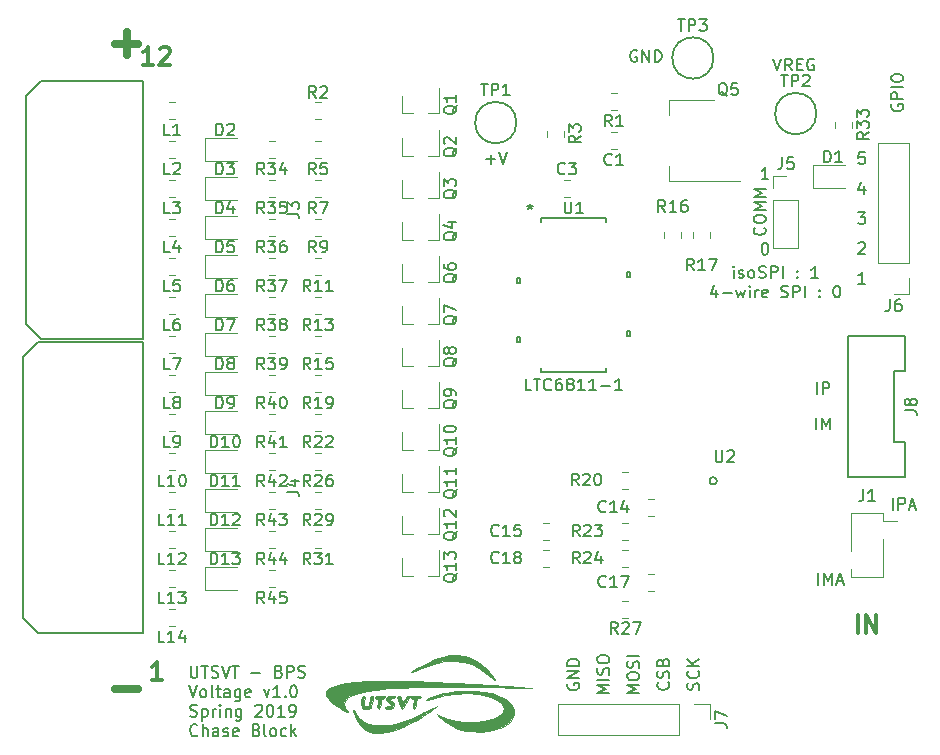
<source format=gbr>
%TF.GenerationSoftware,KiCad,Pcbnew,(5.0.0)*%
%TF.CreationDate,2019-03-22T20:17:50-05:00*%
%TF.ProjectId,BPSVoltage,425053566F6C746167652E6B69636164,rev?*%
%TF.SameCoordinates,Original*%
%TF.FileFunction,Legend,Top*%
%TF.FilePolarity,Positive*%
%FSLAX46Y46*%
G04 Gerber Fmt 4.6, Leading zero omitted, Abs format (unit mm)*
G04 Created by KiCad (PCBNEW (5.0.0)) date 03/22/19 20:17:50*
%MOMM*%
%LPD*%
G01*
G04 APERTURE LIST*
%ADD10C,0.150000*%
%ADD11C,0.300000*%
%ADD12C,0.635000*%
%ADD13C,0.152400*%
%ADD14C,0.120000*%
%ADD15C,0.127000*%
%ADD16C,0.010000*%
G04 APERTURE END LIST*
D10*
X110428571Y-87452380D02*
X110428571Y-86452380D01*
X110904761Y-87452380D02*
X110904761Y-86452380D01*
X111238095Y-87166666D01*
X111571428Y-86452380D01*
X111571428Y-87452380D01*
X110500000Y-84452380D02*
X110500000Y-83452380D01*
X110976190Y-84452380D02*
X110976190Y-83452380D01*
X111357142Y-83452380D01*
X111452380Y-83500000D01*
X111500000Y-83547619D01*
X111547619Y-83642857D01*
X111547619Y-83785714D01*
X111500000Y-83880952D01*
X111452380Y-83928571D01*
X111357142Y-83976190D01*
X110976190Y-83976190D01*
X103452380Y-74627380D02*
X103452380Y-73960714D01*
X103452380Y-73627380D02*
X103404761Y-73675000D01*
X103452380Y-73722619D01*
X103500000Y-73675000D01*
X103452380Y-73627380D01*
X103452380Y-73722619D01*
X103880952Y-74579761D02*
X103976190Y-74627380D01*
X104166666Y-74627380D01*
X104261904Y-74579761D01*
X104309523Y-74484523D01*
X104309523Y-74436904D01*
X104261904Y-74341666D01*
X104166666Y-74294047D01*
X104023809Y-74294047D01*
X103928571Y-74246428D01*
X103880952Y-74151190D01*
X103880952Y-74103571D01*
X103928571Y-74008333D01*
X104023809Y-73960714D01*
X104166666Y-73960714D01*
X104261904Y-74008333D01*
X104880952Y-74627380D02*
X104785714Y-74579761D01*
X104738095Y-74532142D01*
X104690476Y-74436904D01*
X104690476Y-74151190D01*
X104738095Y-74055952D01*
X104785714Y-74008333D01*
X104880952Y-73960714D01*
X105023809Y-73960714D01*
X105119047Y-74008333D01*
X105166666Y-74055952D01*
X105214285Y-74151190D01*
X105214285Y-74436904D01*
X105166666Y-74532142D01*
X105119047Y-74579761D01*
X105023809Y-74627380D01*
X104880952Y-74627380D01*
X105595238Y-74579761D02*
X105738095Y-74627380D01*
X105976190Y-74627380D01*
X106071428Y-74579761D01*
X106119047Y-74532142D01*
X106166666Y-74436904D01*
X106166666Y-74341666D01*
X106119047Y-74246428D01*
X106071428Y-74198809D01*
X105976190Y-74151190D01*
X105785714Y-74103571D01*
X105690476Y-74055952D01*
X105642857Y-74008333D01*
X105595238Y-73913095D01*
X105595238Y-73817857D01*
X105642857Y-73722619D01*
X105690476Y-73675000D01*
X105785714Y-73627380D01*
X106023809Y-73627380D01*
X106166666Y-73675000D01*
X106595238Y-74627380D02*
X106595238Y-73627380D01*
X106976190Y-73627380D01*
X107071428Y-73675000D01*
X107119047Y-73722619D01*
X107166666Y-73817857D01*
X107166666Y-73960714D01*
X107119047Y-74055952D01*
X107071428Y-74103571D01*
X106976190Y-74151190D01*
X106595238Y-74151190D01*
X107595238Y-74627380D02*
X107595238Y-73627380D01*
X108833333Y-74532142D02*
X108880952Y-74579761D01*
X108833333Y-74627380D01*
X108785714Y-74579761D01*
X108833333Y-74532142D01*
X108833333Y-74627380D01*
X108833333Y-74008333D02*
X108880952Y-74055952D01*
X108833333Y-74103571D01*
X108785714Y-74055952D01*
X108833333Y-74008333D01*
X108833333Y-74103571D01*
X110595238Y-74627380D02*
X110023809Y-74627380D01*
X110309523Y-74627380D02*
X110309523Y-73627380D01*
X110214285Y-73770238D01*
X110119047Y-73865476D01*
X110023809Y-73913095D01*
X102000000Y-75610714D02*
X102000000Y-76277380D01*
X101761904Y-75229761D02*
X101523809Y-75944047D01*
X102142857Y-75944047D01*
X102523809Y-75896428D02*
X103285714Y-75896428D01*
X103666666Y-75610714D02*
X103857142Y-76277380D01*
X104047619Y-75801190D01*
X104238095Y-76277380D01*
X104428571Y-75610714D01*
X104809523Y-76277380D02*
X104809523Y-75610714D01*
X104809523Y-75277380D02*
X104761904Y-75325000D01*
X104809523Y-75372619D01*
X104857142Y-75325000D01*
X104809523Y-75277380D01*
X104809523Y-75372619D01*
X105285714Y-76277380D02*
X105285714Y-75610714D01*
X105285714Y-75801190D02*
X105333333Y-75705952D01*
X105380952Y-75658333D01*
X105476190Y-75610714D01*
X105571428Y-75610714D01*
X106285714Y-76229761D02*
X106190476Y-76277380D01*
X106000000Y-76277380D01*
X105904761Y-76229761D01*
X105857142Y-76134523D01*
X105857142Y-75753571D01*
X105904761Y-75658333D01*
X106000000Y-75610714D01*
X106190476Y-75610714D01*
X106285714Y-75658333D01*
X106333333Y-75753571D01*
X106333333Y-75848809D01*
X105857142Y-75944047D01*
X107476190Y-76229761D02*
X107619047Y-76277380D01*
X107857142Y-76277380D01*
X107952380Y-76229761D01*
X108000000Y-76182142D01*
X108047619Y-76086904D01*
X108047619Y-75991666D01*
X108000000Y-75896428D01*
X107952380Y-75848809D01*
X107857142Y-75801190D01*
X107666666Y-75753571D01*
X107571428Y-75705952D01*
X107523809Y-75658333D01*
X107476190Y-75563095D01*
X107476190Y-75467857D01*
X107523809Y-75372619D01*
X107571428Y-75325000D01*
X107666666Y-75277380D01*
X107904761Y-75277380D01*
X108047619Y-75325000D01*
X108476190Y-76277380D02*
X108476190Y-75277380D01*
X108857142Y-75277380D01*
X108952380Y-75325000D01*
X109000000Y-75372619D01*
X109047619Y-75467857D01*
X109047619Y-75610714D01*
X109000000Y-75705952D01*
X108952380Y-75753571D01*
X108857142Y-75801190D01*
X108476190Y-75801190D01*
X109476190Y-76277380D02*
X109476190Y-75277380D01*
X110714285Y-76182142D02*
X110761904Y-76229761D01*
X110714285Y-76277380D01*
X110666666Y-76229761D01*
X110714285Y-76182142D01*
X110714285Y-76277380D01*
X110714285Y-75658333D02*
X110761904Y-75705952D01*
X110714285Y-75753571D01*
X110666666Y-75705952D01*
X110714285Y-75658333D01*
X110714285Y-75753571D01*
X112142857Y-75277380D02*
X112238095Y-75277380D01*
X112333333Y-75325000D01*
X112380952Y-75372619D01*
X112428571Y-75467857D01*
X112476190Y-75658333D01*
X112476190Y-75896428D01*
X112428571Y-76086904D01*
X112380952Y-76182142D01*
X112333333Y-76229761D01*
X112238095Y-76277380D01*
X112142857Y-76277380D01*
X112047619Y-76229761D01*
X112000000Y-76182142D01*
X111952380Y-76086904D01*
X111904761Y-75896428D01*
X111904761Y-75658333D01*
X111952380Y-75467857D01*
X112000000Y-75372619D01*
X112047619Y-75325000D01*
X112142857Y-75277380D01*
X57485595Y-107467380D02*
X57485595Y-108276904D01*
X57533214Y-108372142D01*
X57580833Y-108419761D01*
X57676071Y-108467380D01*
X57866547Y-108467380D01*
X57961785Y-108419761D01*
X58009404Y-108372142D01*
X58057023Y-108276904D01*
X58057023Y-107467380D01*
X58390357Y-107467380D02*
X58961785Y-107467380D01*
X58676071Y-108467380D02*
X58676071Y-107467380D01*
X59247500Y-108419761D02*
X59390357Y-108467380D01*
X59628452Y-108467380D01*
X59723690Y-108419761D01*
X59771309Y-108372142D01*
X59818928Y-108276904D01*
X59818928Y-108181666D01*
X59771309Y-108086428D01*
X59723690Y-108038809D01*
X59628452Y-107991190D01*
X59437976Y-107943571D01*
X59342738Y-107895952D01*
X59295119Y-107848333D01*
X59247500Y-107753095D01*
X59247500Y-107657857D01*
X59295119Y-107562619D01*
X59342738Y-107515000D01*
X59437976Y-107467380D01*
X59676071Y-107467380D01*
X59818928Y-107515000D01*
X60104642Y-107467380D02*
X60437976Y-108467380D01*
X60771309Y-107467380D01*
X60961785Y-107467380D02*
X61533214Y-107467380D01*
X61247500Y-108467380D02*
X61247500Y-107467380D01*
X62628452Y-108086428D02*
X63390357Y-108086428D01*
X64961785Y-107943571D02*
X65104642Y-107991190D01*
X65152261Y-108038809D01*
X65199880Y-108134047D01*
X65199880Y-108276904D01*
X65152261Y-108372142D01*
X65104642Y-108419761D01*
X65009404Y-108467380D01*
X64628452Y-108467380D01*
X64628452Y-107467380D01*
X64961785Y-107467380D01*
X65057023Y-107515000D01*
X65104642Y-107562619D01*
X65152261Y-107657857D01*
X65152261Y-107753095D01*
X65104642Y-107848333D01*
X65057023Y-107895952D01*
X64961785Y-107943571D01*
X64628452Y-107943571D01*
X65628452Y-108467380D02*
X65628452Y-107467380D01*
X66009404Y-107467380D01*
X66104642Y-107515000D01*
X66152261Y-107562619D01*
X66199880Y-107657857D01*
X66199880Y-107800714D01*
X66152261Y-107895952D01*
X66104642Y-107943571D01*
X66009404Y-107991190D01*
X65628452Y-107991190D01*
X66580833Y-108419761D02*
X66723690Y-108467380D01*
X66961785Y-108467380D01*
X67057023Y-108419761D01*
X67104642Y-108372142D01*
X67152261Y-108276904D01*
X67152261Y-108181666D01*
X67104642Y-108086428D01*
X67057023Y-108038809D01*
X66961785Y-107991190D01*
X66771309Y-107943571D01*
X66676071Y-107895952D01*
X66628452Y-107848333D01*
X66580833Y-107753095D01*
X66580833Y-107657857D01*
X66628452Y-107562619D01*
X66676071Y-107515000D01*
X66771309Y-107467380D01*
X67009404Y-107467380D01*
X67152261Y-107515000D01*
X57342738Y-109117380D02*
X57676071Y-110117380D01*
X58009404Y-109117380D01*
X58485595Y-110117380D02*
X58390357Y-110069761D01*
X58342738Y-110022142D01*
X58295119Y-109926904D01*
X58295119Y-109641190D01*
X58342738Y-109545952D01*
X58390357Y-109498333D01*
X58485595Y-109450714D01*
X58628452Y-109450714D01*
X58723690Y-109498333D01*
X58771309Y-109545952D01*
X58818928Y-109641190D01*
X58818928Y-109926904D01*
X58771309Y-110022142D01*
X58723690Y-110069761D01*
X58628452Y-110117380D01*
X58485595Y-110117380D01*
X59390357Y-110117380D02*
X59295119Y-110069761D01*
X59247500Y-109974523D01*
X59247500Y-109117380D01*
X59628452Y-109450714D02*
X60009404Y-109450714D01*
X59771309Y-109117380D02*
X59771309Y-109974523D01*
X59818928Y-110069761D01*
X59914166Y-110117380D01*
X60009404Y-110117380D01*
X60771309Y-110117380D02*
X60771309Y-109593571D01*
X60723690Y-109498333D01*
X60628452Y-109450714D01*
X60437976Y-109450714D01*
X60342738Y-109498333D01*
X60771309Y-110069761D02*
X60676071Y-110117380D01*
X60437976Y-110117380D01*
X60342738Y-110069761D01*
X60295119Y-109974523D01*
X60295119Y-109879285D01*
X60342738Y-109784047D01*
X60437976Y-109736428D01*
X60676071Y-109736428D01*
X60771309Y-109688809D01*
X61676071Y-109450714D02*
X61676071Y-110260238D01*
X61628452Y-110355476D01*
X61580833Y-110403095D01*
X61485595Y-110450714D01*
X61342738Y-110450714D01*
X61247500Y-110403095D01*
X61676071Y-110069761D02*
X61580833Y-110117380D01*
X61390357Y-110117380D01*
X61295119Y-110069761D01*
X61247500Y-110022142D01*
X61199880Y-109926904D01*
X61199880Y-109641190D01*
X61247500Y-109545952D01*
X61295119Y-109498333D01*
X61390357Y-109450714D01*
X61580833Y-109450714D01*
X61676071Y-109498333D01*
X62533214Y-110069761D02*
X62437976Y-110117380D01*
X62247500Y-110117380D01*
X62152261Y-110069761D01*
X62104642Y-109974523D01*
X62104642Y-109593571D01*
X62152261Y-109498333D01*
X62247500Y-109450714D01*
X62437976Y-109450714D01*
X62533214Y-109498333D01*
X62580833Y-109593571D01*
X62580833Y-109688809D01*
X62104642Y-109784047D01*
X63676071Y-109450714D02*
X63914166Y-110117380D01*
X64152261Y-109450714D01*
X65057023Y-110117380D02*
X64485595Y-110117380D01*
X64771309Y-110117380D02*
X64771309Y-109117380D01*
X64676071Y-109260238D01*
X64580833Y-109355476D01*
X64485595Y-109403095D01*
X65485595Y-110022142D02*
X65533214Y-110069761D01*
X65485595Y-110117380D01*
X65437976Y-110069761D01*
X65485595Y-110022142D01*
X65485595Y-110117380D01*
X66152261Y-109117380D02*
X66247500Y-109117380D01*
X66342738Y-109165000D01*
X66390357Y-109212619D01*
X66437976Y-109307857D01*
X66485595Y-109498333D01*
X66485595Y-109736428D01*
X66437976Y-109926904D01*
X66390357Y-110022142D01*
X66342738Y-110069761D01*
X66247500Y-110117380D01*
X66152261Y-110117380D01*
X66057023Y-110069761D01*
X66009404Y-110022142D01*
X65961785Y-109926904D01*
X65914166Y-109736428D01*
X65914166Y-109498333D01*
X65961785Y-109307857D01*
X66009404Y-109212619D01*
X66057023Y-109165000D01*
X66152261Y-109117380D01*
X57437976Y-111719761D02*
X57580833Y-111767380D01*
X57818928Y-111767380D01*
X57914166Y-111719761D01*
X57961785Y-111672142D01*
X58009404Y-111576904D01*
X58009404Y-111481666D01*
X57961785Y-111386428D01*
X57914166Y-111338809D01*
X57818928Y-111291190D01*
X57628452Y-111243571D01*
X57533214Y-111195952D01*
X57485595Y-111148333D01*
X57437976Y-111053095D01*
X57437976Y-110957857D01*
X57485595Y-110862619D01*
X57533214Y-110815000D01*
X57628452Y-110767380D01*
X57866547Y-110767380D01*
X58009404Y-110815000D01*
X58437976Y-111100714D02*
X58437976Y-112100714D01*
X58437976Y-111148333D02*
X58533214Y-111100714D01*
X58723690Y-111100714D01*
X58818928Y-111148333D01*
X58866547Y-111195952D01*
X58914166Y-111291190D01*
X58914166Y-111576904D01*
X58866547Y-111672142D01*
X58818928Y-111719761D01*
X58723690Y-111767380D01*
X58533214Y-111767380D01*
X58437976Y-111719761D01*
X59342738Y-111767380D02*
X59342738Y-111100714D01*
X59342738Y-111291190D02*
X59390357Y-111195952D01*
X59437976Y-111148333D01*
X59533214Y-111100714D01*
X59628452Y-111100714D01*
X59961785Y-111767380D02*
X59961785Y-111100714D01*
X59961785Y-110767380D02*
X59914166Y-110815000D01*
X59961785Y-110862619D01*
X60009404Y-110815000D01*
X59961785Y-110767380D01*
X59961785Y-110862619D01*
X60437976Y-111100714D02*
X60437976Y-111767380D01*
X60437976Y-111195952D02*
X60485595Y-111148333D01*
X60580833Y-111100714D01*
X60723690Y-111100714D01*
X60818928Y-111148333D01*
X60866547Y-111243571D01*
X60866547Y-111767380D01*
X61771309Y-111100714D02*
X61771309Y-111910238D01*
X61723690Y-112005476D01*
X61676071Y-112053095D01*
X61580833Y-112100714D01*
X61437976Y-112100714D01*
X61342738Y-112053095D01*
X61771309Y-111719761D02*
X61676071Y-111767380D01*
X61485595Y-111767380D01*
X61390357Y-111719761D01*
X61342738Y-111672142D01*
X61295119Y-111576904D01*
X61295119Y-111291190D01*
X61342738Y-111195952D01*
X61390357Y-111148333D01*
X61485595Y-111100714D01*
X61676071Y-111100714D01*
X61771309Y-111148333D01*
X62961785Y-110862619D02*
X63009404Y-110815000D01*
X63104642Y-110767380D01*
X63342738Y-110767380D01*
X63437976Y-110815000D01*
X63485595Y-110862619D01*
X63533214Y-110957857D01*
X63533214Y-111053095D01*
X63485595Y-111195952D01*
X62914166Y-111767380D01*
X63533214Y-111767380D01*
X64152261Y-110767380D02*
X64247500Y-110767380D01*
X64342738Y-110815000D01*
X64390357Y-110862619D01*
X64437976Y-110957857D01*
X64485595Y-111148333D01*
X64485595Y-111386428D01*
X64437976Y-111576904D01*
X64390357Y-111672142D01*
X64342738Y-111719761D01*
X64247500Y-111767380D01*
X64152261Y-111767380D01*
X64057023Y-111719761D01*
X64009404Y-111672142D01*
X63961785Y-111576904D01*
X63914166Y-111386428D01*
X63914166Y-111148333D01*
X63961785Y-110957857D01*
X64009404Y-110862619D01*
X64057023Y-110815000D01*
X64152261Y-110767380D01*
X65437976Y-111767380D02*
X64866547Y-111767380D01*
X65152261Y-111767380D02*
X65152261Y-110767380D01*
X65057023Y-110910238D01*
X64961785Y-111005476D01*
X64866547Y-111053095D01*
X65914166Y-111767380D02*
X66104642Y-111767380D01*
X66199880Y-111719761D01*
X66247500Y-111672142D01*
X66342738Y-111529285D01*
X66390357Y-111338809D01*
X66390357Y-110957857D01*
X66342738Y-110862619D01*
X66295119Y-110815000D01*
X66199880Y-110767380D01*
X66009404Y-110767380D01*
X65914166Y-110815000D01*
X65866547Y-110862619D01*
X65818928Y-110957857D01*
X65818928Y-111195952D01*
X65866547Y-111291190D01*
X65914166Y-111338809D01*
X66009404Y-111386428D01*
X66199880Y-111386428D01*
X66295119Y-111338809D01*
X66342738Y-111291190D01*
X66390357Y-111195952D01*
X58057023Y-113322142D02*
X58009404Y-113369761D01*
X57866547Y-113417380D01*
X57771309Y-113417380D01*
X57628452Y-113369761D01*
X57533214Y-113274523D01*
X57485595Y-113179285D01*
X57437976Y-112988809D01*
X57437976Y-112845952D01*
X57485595Y-112655476D01*
X57533214Y-112560238D01*
X57628452Y-112465000D01*
X57771309Y-112417380D01*
X57866547Y-112417380D01*
X58009404Y-112465000D01*
X58057023Y-112512619D01*
X58485595Y-113417380D02*
X58485595Y-112417380D01*
X58914166Y-113417380D02*
X58914166Y-112893571D01*
X58866547Y-112798333D01*
X58771309Y-112750714D01*
X58628452Y-112750714D01*
X58533214Y-112798333D01*
X58485595Y-112845952D01*
X59818928Y-113417380D02*
X59818928Y-112893571D01*
X59771309Y-112798333D01*
X59676071Y-112750714D01*
X59485595Y-112750714D01*
X59390357Y-112798333D01*
X59818928Y-113369761D02*
X59723690Y-113417380D01*
X59485595Y-113417380D01*
X59390357Y-113369761D01*
X59342738Y-113274523D01*
X59342738Y-113179285D01*
X59390357Y-113084047D01*
X59485595Y-113036428D01*
X59723690Y-113036428D01*
X59818928Y-112988809D01*
X60247500Y-113369761D02*
X60342738Y-113417380D01*
X60533214Y-113417380D01*
X60628452Y-113369761D01*
X60676071Y-113274523D01*
X60676071Y-113226904D01*
X60628452Y-113131666D01*
X60533214Y-113084047D01*
X60390357Y-113084047D01*
X60295119Y-113036428D01*
X60247500Y-112941190D01*
X60247500Y-112893571D01*
X60295119Y-112798333D01*
X60390357Y-112750714D01*
X60533214Y-112750714D01*
X60628452Y-112798333D01*
X61485595Y-113369761D02*
X61390357Y-113417380D01*
X61199880Y-113417380D01*
X61104642Y-113369761D01*
X61057023Y-113274523D01*
X61057023Y-112893571D01*
X61104642Y-112798333D01*
X61199880Y-112750714D01*
X61390357Y-112750714D01*
X61485595Y-112798333D01*
X61533214Y-112893571D01*
X61533214Y-112988809D01*
X61057023Y-113084047D01*
X63057023Y-112893571D02*
X63199880Y-112941190D01*
X63247500Y-112988809D01*
X63295119Y-113084047D01*
X63295119Y-113226904D01*
X63247500Y-113322142D01*
X63199880Y-113369761D01*
X63104642Y-113417380D01*
X62723690Y-113417380D01*
X62723690Y-112417380D01*
X63057023Y-112417380D01*
X63152261Y-112465000D01*
X63199880Y-112512619D01*
X63247500Y-112607857D01*
X63247500Y-112703095D01*
X63199880Y-112798333D01*
X63152261Y-112845952D01*
X63057023Y-112893571D01*
X62723690Y-112893571D01*
X63866547Y-113417380D02*
X63771309Y-113369761D01*
X63723690Y-113274523D01*
X63723690Y-112417380D01*
X64390357Y-113417380D02*
X64295119Y-113369761D01*
X64247500Y-113322142D01*
X64199880Y-113226904D01*
X64199880Y-112941190D01*
X64247500Y-112845952D01*
X64295119Y-112798333D01*
X64390357Y-112750714D01*
X64533214Y-112750714D01*
X64628452Y-112798333D01*
X64676071Y-112845952D01*
X64723690Y-112941190D01*
X64723690Y-113226904D01*
X64676071Y-113322142D01*
X64628452Y-113369761D01*
X64533214Y-113417380D01*
X64390357Y-113417380D01*
X65580833Y-113369761D02*
X65485595Y-113417380D01*
X65295119Y-113417380D01*
X65199880Y-113369761D01*
X65152261Y-113322142D01*
X65104642Y-113226904D01*
X65104642Y-112941190D01*
X65152261Y-112845952D01*
X65199880Y-112798333D01*
X65295119Y-112750714D01*
X65485595Y-112750714D01*
X65580833Y-112798333D01*
X66009404Y-113417380D02*
X66009404Y-112417380D01*
X66104642Y-113036428D02*
X66390357Y-113417380D01*
X66390357Y-112750714D02*
X66009404Y-113131666D01*
X110633000Y-100591880D02*
X110633000Y-99591880D01*
X111109190Y-100591880D02*
X111109190Y-99591880D01*
X111442523Y-100306166D01*
X111775857Y-99591880D01*
X111775857Y-100591880D01*
X112204428Y-100306166D02*
X112680619Y-100306166D01*
X112109190Y-100591880D02*
X112442523Y-99591880D01*
X112775857Y-100591880D01*
X116927428Y-94241880D02*
X116927428Y-93241880D01*
X117403619Y-94241880D02*
X117403619Y-93241880D01*
X117784571Y-93241880D01*
X117879809Y-93289500D01*
X117927428Y-93337119D01*
X117975047Y-93432357D01*
X117975047Y-93575214D01*
X117927428Y-93670452D01*
X117879809Y-93718071D01*
X117784571Y-93765690D01*
X117403619Y-93765690D01*
X118356000Y-93956166D02*
X118832190Y-93956166D01*
X118260761Y-94241880D02*
X118594095Y-93241880D01*
X118927428Y-94241880D01*
X106814285Y-56052380D02*
X107147619Y-57052380D01*
X107480952Y-56052380D01*
X108385714Y-57052380D02*
X108052380Y-56576190D01*
X107814285Y-57052380D02*
X107814285Y-56052380D01*
X108195238Y-56052380D01*
X108290476Y-56100000D01*
X108338095Y-56147619D01*
X108385714Y-56242857D01*
X108385714Y-56385714D01*
X108338095Y-56480952D01*
X108290476Y-56528571D01*
X108195238Y-56576190D01*
X107814285Y-56576190D01*
X108814285Y-56528571D02*
X109147619Y-56528571D01*
X109290476Y-57052380D02*
X108814285Y-57052380D01*
X108814285Y-56052380D01*
X109290476Y-56052380D01*
X110242857Y-56100000D02*
X110147619Y-56052380D01*
X110004761Y-56052380D01*
X109861904Y-56100000D01*
X109766666Y-56195238D01*
X109719047Y-56290476D01*
X109671428Y-56480952D01*
X109671428Y-56623809D01*
X109719047Y-56814285D01*
X109766666Y-56909523D01*
X109861904Y-57004761D01*
X110004761Y-57052380D01*
X110099999Y-57052380D01*
X110242857Y-57004761D01*
X110290476Y-56957142D01*
X110290476Y-56623809D01*
X110099999Y-56623809D01*
X95250095Y-55380000D02*
X95154857Y-55332380D01*
X95012000Y-55332380D01*
X94869142Y-55380000D01*
X94773904Y-55475238D01*
X94726285Y-55570476D01*
X94678666Y-55760952D01*
X94678666Y-55903809D01*
X94726285Y-56094285D01*
X94773904Y-56189523D01*
X94869142Y-56284761D01*
X95012000Y-56332380D01*
X95107238Y-56332380D01*
X95250095Y-56284761D01*
X95297714Y-56237142D01*
X95297714Y-55903809D01*
X95107238Y-55903809D01*
X95726285Y-56332380D02*
X95726285Y-55332380D01*
X96297714Y-56332380D01*
X96297714Y-55332380D01*
X96773904Y-56332380D02*
X96773904Y-55332380D01*
X97012000Y-55332380D01*
X97154857Y-55380000D01*
X97250095Y-55475238D01*
X97297714Y-55570476D01*
X97345333Y-55760952D01*
X97345333Y-55903809D01*
X97297714Y-56094285D01*
X97250095Y-56189523D01*
X97154857Y-56284761D01*
X97012000Y-56332380D01*
X96773904Y-56332380D01*
X82502476Y-64587428D02*
X83264380Y-64587428D01*
X82883428Y-64968380D02*
X82883428Y-64206476D01*
X83597714Y-63968380D02*
X83931047Y-64968380D01*
X84264380Y-63968380D01*
X106057142Y-70357142D02*
X106104761Y-70404761D01*
X106152380Y-70547619D01*
X106152380Y-70642857D01*
X106104761Y-70785714D01*
X106009523Y-70880952D01*
X105914285Y-70928571D01*
X105723809Y-70976190D01*
X105580952Y-70976190D01*
X105390476Y-70928571D01*
X105295238Y-70880952D01*
X105200000Y-70785714D01*
X105152380Y-70642857D01*
X105152380Y-70547619D01*
X105200000Y-70404761D01*
X105247619Y-70357142D01*
X105152380Y-69738095D02*
X105152380Y-69547619D01*
X105200000Y-69452380D01*
X105295238Y-69357142D01*
X105485714Y-69309523D01*
X105819047Y-69309523D01*
X106009523Y-69357142D01*
X106104761Y-69452380D01*
X106152380Y-69547619D01*
X106152380Y-69738095D01*
X106104761Y-69833333D01*
X106009523Y-69928571D01*
X105819047Y-69976190D01*
X105485714Y-69976190D01*
X105295238Y-69928571D01*
X105200000Y-69833333D01*
X105152380Y-69738095D01*
X106152380Y-68880952D02*
X105152380Y-68880952D01*
X105866666Y-68547619D01*
X105152380Y-68214285D01*
X106152380Y-68214285D01*
X106152380Y-67738095D02*
X105152380Y-67738095D01*
X105866666Y-67404761D01*
X105152380Y-67071428D01*
X106152380Y-67071428D01*
X106385714Y-66252380D02*
X105814285Y-66252380D01*
X106100000Y-66252380D02*
X106100000Y-65252380D01*
X106004761Y-65395238D01*
X105909523Y-65490476D01*
X105814285Y-65538095D01*
X106052380Y-71652380D02*
X106147619Y-71652380D01*
X106242857Y-71700000D01*
X106290476Y-71747619D01*
X106338095Y-71842857D01*
X106385714Y-72033333D01*
X106385714Y-72271428D01*
X106338095Y-72461904D01*
X106290476Y-72557142D01*
X106242857Y-72604761D01*
X106147619Y-72652380D01*
X106052380Y-72652380D01*
X105957142Y-72604761D01*
X105909523Y-72557142D01*
X105861904Y-72461904D01*
X105814285Y-72271428D01*
X105814285Y-72033333D01*
X105861904Y-71842857D01*
X105909523Y-71747619D01*
X105957142Y-71700000D01*
X106052380Y-71652380D01*
X116848000Y-59928000D02*
X116800380Y-60023238D01*
X116800380Y-60166095D01*
X116848000Y-60308952D01*
X116943238Y-60404190D01*
X117038476Y-60451809D01*
X117228952Y-60499428D01*
X117371809Y-60499428D01*
X117562285Y-60451809D01*
X117657523Y-60404190D01*
X117752761Y-60308952D01*
X117800380Y-60166095D01*
X117800380Y-60070857D01*
X117752761Y-59928000D01*
X117705142Y-59880380D01*
X117371809Y-59880380D01*
X117371809Y-60070857D01*
X117800380Y-59451809D02*
X116800380Y-59451809D01*
X116800380Y-59070857D01*
X116848000Y-58975619D01*
X116895619Y-58928000D01*
X116990857Y-58880380D01*
X117133714Y-58880380D01*
X117228952Y-58928000D01*
X117276571Y-58975619D01*
X117324190Y-59070857D01*
X117324190Y-59451809D01*
X117800380Y-58451809D02*
X116800380Y-58451809D01*
X116800380Y-57785142D02*
X116800380Y-57594666D01*
X116848000Y-57499428D01*
X116943238Y-57404190D01*
X117133714Y-57356571D01*
X117467047Y-57356571D01*
X117657523Y-57404190D01*
X117752761Y-57499428D01*
X117800380Y-57594666D01*
X117800380Y-57785142D01*
X117752761Y-57880380D01*
X117657523Y-57975619D01*
X117467047Y-58023238D01*
X117133714Y-58023238D01*
X116943238Y-57975619D01*
X116848000Y-57880380D01*
X116800380Y-57785142D01*
X114538095Y-63968380D02*
X114061904Y-63968380D01*
X114014285Y-64444571D01*
X114061904Y-64396952D01*
X114157142Y-64349333D01*
X114395238Y-64349333D01*
X114490476Y-64396952D01*
X114538095Y-64444571D01*
X114585714Y-64539809D01*
X114585714Y-64777904D01*
X114538095Y-64873142D01*
X114490476Y-64920761D01*
X114395238Y-64968380D01*
X114157142Y-64968380D01*
X114061904Y-64920761D01*
X114014285Y-64873142D01*
X114490476Y-66841714D02*
X114490476Y-67508380D01*
X114252380Y-66460761D02*
X114014285Y-67175047D01*
X114633333Y-67175047D01*
X113966666Y-69048380D02*
X114585714Y-69048380D01*
X114252380Y-69429333D01*
X114395238Y-69429333D01*
X114490476Y-69476952D01*
X114538095Y-69524571D01*
X114585714Y-69619809D01*
X114585714Y-69857904D01*
X114538095Y-69953142D01*
X114490476Y-70000761D01*
X114395238Y-70048380D01*
X114109523Y-70048380D01*
X114014285Y-70000761D01*
X113966666Y-69953142D01*
X114014285Y-71683619D02*
X114061904Y-71636000D01*
X114157142Y-71588380D01*
X114395238Y-71588380D01*
X114490476Y-71636000D01*
X114538095Y-71683619D01*
X114585714Y-71778857D01*
X114585714Y-71874095D01*
X114538095Y-72016952D01*
X113966666Y-72588380D01*
X114585714Y-72588380D01*
X114585714Y-75128380D02*
X114014285Y-75128380D01*
X114300000Y-75128380D02*
X114300000Y-74128380D01*
X114204761Y-74271238D01*
X114109523Y-74366476D01*
X114014285Y-74414095D01*
X100480761Y-109489714D02*
X100528380Y-109346857D01*
X100528380Y-109108761D01*
X100480761Y-109013523D01*
X100433142Y-108965904D01*
X100337904Y-108918285D01*
X100242666Y-108918285D01*
X100147428Y-108965904D01*
X100099809Y-109013523D01*
X100052190Y-109108761D01*
X100004571Y-109299238D01*
X99956952Y-109394476D01*
X99909333Y-109442095D01*
X99814095Y-109489714D01*
X99718857Y-109489714D01*
X99623619Y-109442095D01*
X99576000Y-109394476D01*
X99528380Y-109299238D01*
X99528380Y-109061142D01*
X99576000Y-108918285D01*
X100433142Y-107918285D02*
X100480761Y-107965904D01*
X100528380Y-108108761D01*
X100528380Y-108204000D01*
X100480761Y-108346857D01*
X100385523Y-108442095D01*
X100290285Y-108489714D01*
X100099809Y-108537333D01*
X99956952Y-108537333D01*
X99766476Y-108489714D01*
X99671238Y-108442095D01*
X99576000Y-108346857D01*
X99528380Y-108204000D01*
X99528380Y-108108761D01*
X99576000Y-107965904D01*
X99623619Y-107918285D01*
X100528380Y-107489714D02*
X99528380Y-107489714D01*
X100528380Y-106918285D02*
X99956952Y-107346857D01*
X99528380Y-106918285D02*
X100099809Y-107489714D01*
X97893142Y-108870666D02*
X97940761Y-108918285D01*
X97988380Y-109061142D01*
X97988380Y-109156380D01*
X97940761Y-109299238D01*
X97845523Y-109394476D01*
X97750285Y-109442095D01*
X97559809Y-109489714D01*
X97416952Y-109489714D01*
X97226476Y-109442095D01*
X97131238Y-109394476D01*
X97036000Y-109299238D01*
X96988380Y-109156380D01*
X96988380Y-109061142D01*
X97036000Y-108918285D01*
X97083619Y-108870666D01*
X97940761Y-108489714D02*
X97988380Y-108346857D01*
X97988380Y-108108761D01*
X97940761Y-108013523D01*
X97893142Y-107965904D01*
X97797904Y-107918285D01*
X97702666Y-107918285D01*
X97607428Y-107965904D01*
X97559809Y-108013523D01*
X97512190Y-108108761D01*
X97464571Y-108299238D01*
X97416952Y-108394476D01*
X97369333Y-108442095D01*
X97274095Y-108489714D01*
X97178857Y-108489714D01*
X97083619Y-108442095D01*
X97036000Y-108394476D01*
X96988380Y-108299238D01*
X96988380Y-108061142D01*
X97036000Y-107918285D01*
X97464571Y-107156380D02*
X97512190Y-107013523D01*
X97559809Y-106965904D01*
X97655047Y-106918285D01*
X97797904Y-106918285D01*
X97893142Y-106965904D01*
X97940761Y-107013523D01*
X97988380Y-107108761D01*
X97988380Y-107489714D01*
X96988380Y-107489714D01*
X96988380Y-107156380D01*
X97036000Y-107061142D01*
X97083619Y-107013523D01*
X97178857Y-106965904D01*
X97274095Y-106965904D01*
X97369333Y-107013523D01*
X97416952Y-107061142D01*
X97464571Y-107156380D01*
X97464571Y-107489714D01*
X95448380Y-109775428D02*
X94448380Y-109775428D01*
X95162666Y-109442095D01*
X94448380Y-109108761D01*
X95448380Y-109108761D01*
X94448380Y-108442095D02*
X94448380Y-108251619D01*
X94496000Y-108156380D01*
X94591238Y-108061142D01*
X94781714Y-108013523D01*
X95115047Y-108013523D01*
X95305523Y-108061142D01*
X95400761Y-108156380D01*
X95448380Y-108251619D01*
X95448380Y-108442095D01*
X95400761Y-108537333D01*
X95305523Y-108632571D01*
X95115047Y-108680190D01*
X94781714Y-108680190D01*
X94591238Y-108632571D01*
X94496000Y-108537333D01*
X94448380Y-108442095D01*
X95400761Y-107632571D02*
X95448380Y-107489714D01*
X95448380Y-107251619D01*
X95400761Y-107156380D01*
X95353142Y-107108761D01*
X95257904Y-107061142D01*
X95162666Y-107061142D01*
X95067428Y-107108761D01*
X95019809Y-107156380D01*
X94972190Y-107251619D01*
X94924571Y-107442095D01*
X94876952Y-107537333D01*
X94829333Y-107584952D01*
X94734095Y-107632571D01*
X94638857Y-107632571D01*
X94543619Y-107584952D01*
X94496000Y-107537333D01*
X94448380Y-107442095D01*
X94448380Y-107204000D01*
X94496000Y-107061142D01*
X95448380Y-106632571D02*
X94448380Y-106632571D01*
X92908380Y-109775428D02*
X91908380Y-109775428D01*
X92622666Y-109442095D01*
X91908380Y-109108761D01*
X92908380Y-109108761D01*
X92908380Y-108632571D02*
X91908380Y-108632571D01*
X92860761Y-108204000D02*
X92908380Y-108061142D01*
X92908380Y-107823047D01*
X92860761Y-107727809D01*
X92813142Y-107680190D01*
X92717904Y-107632571D01*
X92622666Y-107632571D01*
X92527428Y-107680190D01*
X92479809Y-107727809D01*
X92432190Y-107823047D01*
X92384571Y-108013523D01*
X92336952Y-108108761D01*
X92289333Y-108156380D01*
X92194095Y-108204000D01*
X92098857Y-108204000D01*
X92003619Y-108156380D01*
X91956000Y-108108761D01*
X91908380Y-108013523D01*
X91908380Y-107775428D01*
X91956000Y-107632571D01*
X91908380Y-107013523D02*
X91908380Y-106823047D01*
X91956000Y-106727809D01*
X92051238Y-106632571D01*
X92241714Y-106584952D01*
X92575047Y-106584952D01*
X92765523Y-106632571D01*
X92860761Y-106727809D01*
X92908380Y-106823047D01*
X92908380Y-107013523D01*
X92860761Y-107108761D01*
X92765523Y-107204000D01*
X92575047Y-107251619D01*
X92241714Y-107251619D01*
X92051238Y-107204000D01*
X91956000Y-107108761D01*
X91908380Y-107013523D01*
X89416000Y-108965904D02*
X89368380Y-109061142D01*
X89368380Y-109204000D01*
X89416000Y-109346857D01*
X89511238Y-109442095D01*
X89606476Y-109489714D01*
X89796952Y-109537333D01*
X89939809Y-109537333D01*
X90130285Y-109489714D01*
X90225523Y-109442095D01*
X90320761Y-109346857D01*
X90368380Y-109204000D01*
X90368380Y-109108761D01*
X90320761Y-108965904D01*
X90273142Y-108918285D01*
X89939809Y-108918285D01*
X89939809Y-109108761D01*
X90368380Y-108489714D02*
X89368380Y-108489714D01*
X90368380Y-107918285D01*
X89368380Y-107918285D01*
X90368380Y-107442095D02*
X89368380Y-107442095D01*
X89368380Y-107204000D01*
X89416000Y-107061142D01*
X89511238Y-106965904D01*
X89606476Y-106918285D01*
X89796952Y-106870666D01*
X89939809Y-106870666D01*
X90130285Y-106918285D01*
X90225523Y-106965904D01*
X90320761Y-107061142D01*
X90368380Y-107204000D01*
X90368380Y-107442095D01*
D11*
X113958785Y-104678571D02*
X113958785Y-103178571D01*
X114673071Y-104678571D02*
X114673071Y-103178571D01*
X115530214Y-104678571D01*
X115530214Y-103178571D01*
X54324285Y-56558571D02*
X53467142Y-56558571D01*
X53895714Y-56558571D02*
X53895714Y-55058571D01*
X53752857Y-55272857D01*
X53610000Y-55415714D01*
X53467142Y-55487142D01*
X54895714Y-55201428D02*
X54967142Y-55130000D01*
X55110000Y-55058571D01*
X55467142Y-55058571D01*
X55610000Y-55130000D01*
X55681428Y-55201428D01*
X55752857Y-55344285D01*
X55752857Y-55487142D01*
X55681428Y-55701428D01*
X54824285Y-56558571D01*
X55752857Y-56558571D01*
X55038571Y-108628571D02*
X54181428Y-108628571D01*
X54610000Y-108628571D02*
X54610000Y-107128571D01*
X54467142Y-107342857D01*
X54324285Y-107485714D01*
X54181428Y-107557142D01*
D12*
X51102380Y-54791428D02*
X53037619Y-54791428D01*
X52070000Y-55759047D02*
X52070000Y-53823809D01*
X51102380Y-109401428D02*
X53037619Y-109401428D01*
D13*
X87118700Y-82600800D02*
X92681300Y-82600800D01*
X92681300Y-82600800D02*
X92681300Y-82282739D01*
X92681300Y-69545200D02*
X87118700Y-69545200D01*
X87118700Y-69545200D02*
X87118700Y-69863261D01*
X87118700Y-82282741D02*
X87118700Y-82600800D01*
X92681300Y-69863259D02*
X92681300Y-69545200D01*
X85137500Y-74632500D02*
X85137500Y-75013500D01*
X85137500Y-75013500D02*
X85391500Y-75013500D01*
X85391500Y-75013500D02*
X85391500Y-74632500D01*
X85391500Y-74632500D02*
X85137500Y-74632500D01*
X85137500Y-79632500D02*
X85137500Y-80013500D01*
X85137500Y-80013500D02*
X85391500Y-80013500D01*
X85391500Y-80013500D02*
X85391500Y-79632500D01*
X85391500Y-79632500D02*
X85137500Y-79632500D01*
X94662500Y-79132501D02*
X94662500Y-79513501D01*
X94662500Y-79513501D02*
X94408500Y-79513501D01*
X94408500Y-79513501D02*
X94408500Y-79132501D01*
X94408500Y-79132501D02*
X94662500Y-79132501D01*
X94662500Y-74132498D02*
X94662500Y-74513498D01*
X94662500Y-74513498D02*
X94408500Y-74513498D01*
X94408500Y-74513498D02*
X94408500Y-74132498D01*
X94408500Y-74132498D02*
X94662500Y-74132498D01*
D10*
X118000000Y-79500000D02*
X118000000Y-82500000D01*
X118000000Y-82500000D02*
X117000000Y-82500000D01*
X117000000Y-82500000D02*
X117000000Y-88500000D01*
X117000000Y-88500000D02*
X118000000Y-88500000D01*
X118000000Y-88500000D02*
X118000000Y-91500000D01*
X118000000Y-91500000D02*
X113100000Y-91500000D01*
X113100000Y-91500000D02*
X113100000Y-79500000D01*
X113100000Y-79500000D02*
X118000000Y-79500000D01*
D14*
X106822000Y-65968000D02*
X107882000Y-65968000D01*
X106822000Y-67028000D02*
X106822000Y-65968000D01*
X106822000Y-68028000D02*
X108942000Y-68028000D01*
X108942000Y-68028000D02*
X108942000Y-72088000D01*
X106822000Y-68028000D02*
X106822000Y-72088000D01*
X106822000Y-72088000D02*
X108942000Y-72088000D01*
X75382000Y-67832000D02*
X75382000Y-66372000D01*
X78542000Y-67832000D02*
X78542000Y-65672000D01*
X78542000Y-67832000D02*
X77612000Y-67832000D01*
X75382000Y-67832000D02*
X76312000Y-67832000D01*
X93555078Y-62282000D02*
X93037922Y-62282000D01*
X93555078Y-63702000D02*
X93037922Y-63702000D01*
X89070922Y-66346000D02*
X89588078Y-66346000D01*
X89070922Y-67766000D02*
X89588078Y-67766000D01*
X96748078Y-94738000D02*
X96230922Y-94738000D01*
X96748078Y-93318000D02*
X96230922Y-93318000D01*
X87827078Y-96770000D02*
X87309922Y-96770000D01*
X87827078Y-95350000D02*
X87309922Y-95350000D01*
X96748078Y-99668000D02*
X96230922Y-99668000D01*
X96748078Y-101088000D02*
X96230922Y-101088000D01*
X87827078Y-99056000D02*
X87309922Y-99056000D01*
X87827078Y-97636000D02*
X87309922Y-97636000D01*
X112838500Y-65080000D02*
X110153500Y-65080000D01*
X110153500Y-65080000D02*
X110153500Y-67000000D01*
X110153500Y-67000000D02*
X112838500Y-67000000D01*
X61373500Y-62794000D02*
X58688500Y-62794000D01*
X58688500Y-62794000D02*
X58688500Y-64714000D01*
X58688500Y-64714000D02*
X61373500Y-64714000D01*
X61373500Y-66096000D02*
X58688500Y-66096000D01*
X58688500Y-66096000D02*
X58688500Y-68016000D01*
X58688500Y-68016000D02*
X61373500Y-68016000D01*
X61373500Y-69398000D02*
X58688500Y-69398000D01*
X58688500Y-69398000D02*
X58688500Y-71318000D01*
X58688500Y-71318000D02*
X61373500Y-71318000D01*
X58688500Y-74620000D02*
X61373500Y-74620000D01*
X58688500Y-72700000D02*
X58688500Y-74620000D01*
X61373500Y-72700000D02*
X58688500Y-72700000D01*
X58688500Y-77922000D02*
X61373500Y-77922000D01*
X58688500Y-76002000D02*
X58688500Y-77922000D01*
X61373500Y-76002000D02*
X58688500Y-76002000D01*
X61373500Y-79304000D02*
X58688500Y-79304000D01*
X58688500Y-79304000D02*
X58688500Y-81224000D01*
X58688500Y-81224000D02*
X61373500Y-81224000D01*
X58688500Y-84526000D02*
X61373500Y-84526000D01*
X58688500Y-82606000D02*
X58688500Y-84526000D01*
X61373500Y-82606000D02*
X58688500Y-82606000D01*
X61373500Y-85908000D02*
X58688500Y-85908000D01*
X58688500Y-85908000D02*
X58688500Y-87828000D01*
X58688500Y-87828000D02*
X61373500Y-87828000D01*
X61373500Y-89210000D02*
X58688500Y-89210000D01*
X58688500Y-89210000D02*
X58688500Y-91130000D01*
X58688500Y-91130000D02*
X61373500Y-91130000D01*
X58688500Y-94432000D02*
X61373500Y-94432000D01*
X58688500Y-92512000D02*
X58688500Y-94432000D01*
X61373500Y-92512000D02*
X58688500Y-92512000D01*
X61373500Y-95814000D02*
X58688500Y-95814000D01*
X58688500Y-95814000D02*
X58688500Y-97734000D01*
X58688500Y-97734000D02*
X61373500Y-97734000D01*
X58688500Y-101036000D02*
X61373500Y-101036000D01*
X58688500Y-99116000D02*
X58688500Y-101036000D01*
X61373500Y-99116000D02*
X58688500Y-99116000D01*
X118330000Y-63170000D02*
X115670000Y-63170000D01*
X118330000Y-73390000D02*
X118330000Y-63170000D01*
X115670000Y-73390000D02*
X115670000Y-63170000D01*
X118330000Y-73390000D02*
X115670000Y-73390000D01*
X118330000Y-74660000D02*
X118330000Y-75990000D01*
X118330000Y-75990000D02*
X117000000Y-75990000D01*
X56153578Y-61162000D02*
X55636422Y-61162000D01*
X56153578Y-59742000D02*
X55636422Y-59742000D01*
X56153578Y-63044000D02*
X55636422Y-63044000D01*
X56153578Y-64464000D02*
X55636422Y-64464000D01*
X56153578Y-67766000D02*
X55636422Y-67766000D01*
X56153578Y-66346000D02*
X55636422Y-66346000D01*
X56153578Y-69648000D02*
X55636422Y-69648000D01*
X56153578Y-71068000D02*
X55636422Y-71068000D01*
X56153578Y-74370000D02*
X55636422Y-74370000D01*
X56153578Y-72950000D02*
X55636422Y-72950000D01*
X56153578Y-76252000D02*
X55636422Y-76252000D01*
X56153578Y-77672000D02*
X55636422Y-77672000D01*
X56153578Y-80974000D02*
X55636422Y-80974000D01*
X56153578Y-79554000D02*
X55636422Y-79554000D01*
X56153578Y-82856000D02*
X55636422Y-82856000D01*
X56153578Y-84276000D02*
X55636422Y-84276000D01*
X56153578Y-87578000D02*
X55636422Y-87578000D01*
X56153578Y-86158000D02*
X55636422Y-86158000D01*
X56153578Y-89460000D02*
X55636422Y-89460000D01*
X56153578Y-90880000D02*
X55636422Y-90880000D01*
X56153578Y-92762000D02*
X55636422Y-92762000D01*
X56153578Y-94182000D02*
X55636422Y-94182000D01*
X56153578Y-96064000D02*
X55636422Y-96064000D01*
X56153578Y-97484000D02*
X55636422Y-97484000D01*
X56153578Y-100786000D02*
X55636422Y-100786000D01*
X56153578Y-99366000D02*
X55636422Y-99366000D01*
X56153578Y-104088000D02*
X55636422Y-104088000D01*
X56153578Y-102668000D02*
X55636422Y-102668000D01*
X75382000Y-60688000D02*
X76312000Y-60688000D01*
X78542000Y-60688000D02*
X77612000Y-60688000D01*
X78542000Y-60688000D02*
X78542000Y-58528000D01*
X75382000Y-60688000D02*
X75382000Y-59228000D01*
X75382000Y-64276000D02*
X75382000Y-62816000D01*
X78542000Y-64276000D02*
X78542000Y-62116000D01*
X78542000Y-64276000D02*
X77612000Y-64276000D01*
X75382000Y-64276000D02*
X76312000Y-64276000D01*
X75382000Y-71388000D02*
X76312000Y-71388000D01*
X78542000Y-71388000D02*
X77612000Y-71388000D01*
X78542000Y-71388000D02*
X78542000Y-69228000D01*
X75382000Y-71388000D02*
X75382000Y-69928000D01*
X98014000Y-59582000D02*
X98014000Y-60842000D01*
X98014000Y-66402000D02*
X98014000Y-65142000D01*
X101774000Y-59582000D02*
X98014000Y-59582000D01*
X104024000Y-66402000D02*
X98014000Y-66402000D01*
X75382000Y-74944000D02*
X75382000Y-73484000D01*
X78542000Y-74944000D02*
X78542000Y-72784000D01*
X78542000Y-74944000D02*
X77612000Y-74944000D01*
X75382000Y-74944000D02*
X76312000Y-74944000D01*
X75382000Y-78500000D02*
X76312000Y-78500000D01*
X78542000Y-78500000D02*
X77612000Y-78500000D01*
X78542000Y-78500000D02*
X78542000Y-76340000D01*
X75382000Y-78500000D02*
X75382000Y-77040000D01*
X75382000Y-82056000D02*
X75382000Y-80596000D01*
X78542000Y-82056000D02*
X78542000Y-79896000D01*
X78542000Y-82056000D02*
X77612000Y-82056000D01*
X75382000Y-82056000D02*
X76312000Y-82056000D01*
X75382000Y-85612000D02*
X76312000Y-85612000D01*
X78542000Y-85612000D02*
X77612000Y-85612000D01*
X78542000Y-85612000D02*
X78542000Y-83452000D01*
X75382000Y-85612000D02*
X75382000Y-84152000D01*
X75382000Y-89168000D02*
X75382000Y-87708000D01*
X78542000Y-89168000D02*
X78542000Y-87008000D01*
X78542000Y-89168000D02*
X77612000Y-89168000D01*
X75382000Y-89168000D02*
X76312000Y-89168000D01*
X75382000Y-92724000D02*
X76312000Y-92724000D01*
X78542000Y-92724000D02*
X77612000Y-92724000D01*
X78542000Y-92724000D02*
X78542000Y-90564000D01*
X75382000Y-92724000D02*
X75382000Y-91264000D01*
X75382000Y-96280000D02*
X75382000Y-94820000D01*
X78542000Y-96280000D02*
X78542000Y-94120000D01*
X78542000Y-96280000D02*
X77612000Y-96280000D01*
X75382000Y-96280000D02*
X76312000Y-96280000D01*
X75382000Y-99836000D02*
X76312000Y-99836000D01*
X78542000Y-99836000D02*
X77612000Y-99836000D01*
X78542000Y-99836000D02*
X78542000Y-97676000D01*
X75382000Y-99836000D02*
X75382000Y-98376000D01*
X93555078Y-60400000D02*
X93037922Y-60400000D01*
X93555078Y-58980000D02*
X93037922Y-58980000D01*
X68506078Y-61162000D02*
X67988922Y-61162000D01*
X68506078Y-59742000D02*
X67988922Y-59742000D01*
X87682000Y-62146922D02*
X87682000Y-62664078D01*
X89102000Y-62146922D02*
X89102000Y-62664078D01*
X68506078Y-64464000D02*
X67988922Y-64464000D01*
X68506078Y-63044000D02*
X67988922Y-63044000D01*
X68506078Y-66346000D02*
X67988922Y-66346000D01*
X68506078Y-67766000D02*
X67988922Y-67766000D01*
X68506078Y-69648000D02*
X67988922Y-69648000D01*
X68506078Y-71068000D02*
X67988922Y-71068000D01*
X68506078Y-74370000D02*
X67988922Y-74370000D01*
X68506078Y-72950000D02*
X67988922Y-72950000D01*
X68506078Y-76252000D02*
X67988922Y-76252000D01*
X68506078Y-77672000D02*
X67988922Y-77672000D01*
X68506078Y-80974000D02*
X67988922Y-80974000D01*
X68506078Y-79554000D02*
X67988922Y-79554000D01*
X99008000Y-70734422D02*
X99008000Y-71251578D01*
X97588000Y-70734422D02*
X97588000Y-71251578D01*
X101421000Y-71251578D02*
X101421000Y-70734422D01*
X100001000Y-71251578D02*
X100001000Y-70734422D01*
X68506078Y-84276000D02*
X67988922Y-84276000D01*
X68506078Y-82856000D02*
X67988922Y-82856000D01*
X94528078Y-92452000D02*
X94010922Y-92452000D01*
X94528078Y-91032000D02*
X94010922Y-91032000D01*
X68506078Y-86158000D02*
X67988922Y-86158000D01*
X68506078Y-87578000D02*
X67988922Y-87578000D01*
X94528078Y-95350000D02*
X94010922Y-95350000D01*
X94528078Y-96770000D02*
X94010922Y-96770000D01*
X94528078Y-99056000D02*
X94010922Y-99056000D01*
X94528078Y-97636000D02*
X94010922Y-97636000D01*
X68506078Y-89460000D02*
X67988922Y-89460000D01*
X68506078Y-90880000D02*
X67988922Y-90880000D01*
X94528078Y-101954000D02*
X94010922Y-101954000D01*
X94528078Y-103374000D02*
X94010922Y-103374000D01*
X68506078Y-92762000D02*
X67988922Y-92762000D01*
X68506078Y-94182000D02*
X67988922Y-94182000D01*
X68506078Y-97484000D02*
X67988922Y-97484000D01*
X68506078Y-96064000D02*
X67988922Y-96064000D01*
X112066000Y-61384922D02*
X112066000Y-61902078D01*
X113486000Y-61384922D02*
X113486000Y-61902078D01*
X64599078Y-63044000D02*
X64081922Y-63044000D01*
X64599078Y-64464000D02*
X64081922Y-64464000D01*
X64599078Y-67766000D02*
X64081922Y-67766000D01*
X64599078Y-66346000D02*
X64081922Y-66346000D01*
X64599078Y-71068000D02*
X64081922Y-71068000D01*
X64599078Y-69648000D02*
X64081922Y-69648000D01*
X64599078Y-74370000D02*
X64081922Y-74370000D01*
X64599078Y-72950000D02*
X64081922Y-72950000D01*
X64599078Y-77672000D02*
X64081922Y-77672000D01*
X64599078Y-76252000D02*
X64081922Y-76252000D01*
X64599078Y-79554000D02*
X64081922Y-79554000D01*
X64599078Y-80974000D02*
X64081922Y-80974000D01*
X64599078Y-84276000D02*
X64081922Y-84276000D01*
X64599078Y-82856000D02*
X64081922Y-82856000D01*
X64599078Y-87578000D02*
X64081922Y-87578000D01*
X64599078Y-86158000D02*
X64081922Y-86158000D01*
X64599078Y-90880000D02*
X64081922Y-90880000D01*
X64599078Y-89460000D02*
X64081922Y-89460000D01*
X64599078Y-92762000D02*
X64081922Y-92762000D01*
X64599078Y-94182000D02*
X64081922Y-94182000D01*
X64599078Y-96064000D02*
X64081922Y-96064000D01*
X64599078Y-97484000D02*
X64081922Y-97484000D01*
X64599078Y-99366000D02*
X64081922Y-99366000D01*
X64599078Y-100786000D02*
X64081922Y-100786000D01*
D10*
X85062000Y-61468000D02*
G75*
G03X85062000Y-61468000I-1750000J0D01*
G01*
X110462000Y-60706000D02*
G75*
G03X110462000Y-60706000I-1750000J0D01*
G01*
X101750000Y-56000000D02*
G75*
G03X101750000Y-56000000I-1750000J0D01*
G01*
D15*
X102031500Y-91805500D02*
G75*
G03X102031500Y-91805500I-317500J0D01*
G01*
D10*
X43561000Y-78510000D02*
X44831000Y-79780000D01*
X44831000Y-79780000D02*
X53467000Y-79780000D01*
X48387000Y-57936000D02*
X44831000Y-57936000D01*
X44831000Y-57936000D02*
X43561000Y-59206000D01*
X48387000Y-57936000D02*
X53467000Y-57936000D01*
X43561000Y-59206000D02*
X43561000Y-78510000D01*
X53467000Y-79780000D02*
X53467000Y-57936000D01*
X44577000Y-104694500D02*
X43307000Y-103424500D01*
X53467000Y-104694500D02*
X44577000Y-104694500D01*
X50419000Y-80056500D02*
X53467000Y-80056500D01*
X43307000Y-81326500D02*
X44577000Y-80056500D01*
X53467000Y-80056500D02*
X53467000Y-104694500D01*
X50419000Y-80056500D02*
X44577000Y-80056500D01*
X43307000Y-81326500D02*
X43307000Y-103424500D01*
D14*
X88590000Y-110670000D02*
X88590000Y-113330000D01*
X98810000Y-110670000D02*
X88590000Y-110670000D01*
X98810000Y-113330000D02*
X88590000Y-113330000D01*
X98810000Y-110670000D02*
X98810000Y-113330000D01*
X100080000Y-110670000D02*
X101410000Y-110670000D01*
X101410000Y-110670000D02*
X101410000Y-112000000D01*
X113414500Y-94518500D02*
X116074500Y-94518500D01*
X116074500Y-94518500D02*
X116074500Y-95188500D01*
X116074500Y-96708500D02*
X116074500Y-99918500D01*
X113414500Y-99918500D02*
X116074500Y-99918500D01*
X113414500Y-94518500D02*
X113414500Y-97728500D01*
X113414500Y-99248500D02*
X113414500Y-99918500D01*
X116074500Y-95188500D02*
X117284500Y-95188500D01*
D16*
G36*
X80618022Y-106599039D02*
X80925668Y-106681318D01*
X81552242Y-106955482D01*
X82156510Y-107375275D01*
X82705345Y-107917341D01*
X82744770Y-107963975D01*
X82957432Y-108229321D01*
X83127812Y-108461225D01*
X83235543Y-108629853D01*
X83260260Y-108705370D01*
X83251479Y-108706302D01*
X83180298Y-108652987D01*
X83011916Y-108516039D01*
X82778169Y-108321479D01*
X82692559Y-108249442D01*
X81980133Y-107720873D01*
X81262895Y-107340433D01*
X80526426Y-107106838D01*
X79756309Y-107018807D01*
X78938127Y-107075057D01*
X78057463Y-107274308D01*
X77099897Y-107615276D01*
X76833314Y-107728400D01*
X76464517Y-107883373D01*
X76239415Y-107964557D01*
X76151855Y-107977023D01*
X76195683Y-107925842D01*
X76364746Y-107816085D01*
X76652890Y-107652824D01*
X77053962Y-107441130D01*
X77385334Y-107273458D01*
X78164464Y-106916603D01*
X78850658Y-106675189D01*
X79470555Y-106544760D01*
X80050797Y-106520863D01*
X80618022Y-106599039D01*
X80618022Y-106599039D01*
G37*
X80618022Y-106599039D02*
X80925668Y-106681318D01*
X81552242Y-106955482D01*
X82156510Y-107375275D01*
X82705345Y-107917341D01*
X82744770Y-107963975D01*
X82957432Y-108229321D01*
X83127812Y-108461225D01*
X83235543Y-108629853D01*
X83260260Y-108705370D01*
X83251479Y-108706302D01*
X83180298Y-108652987D01*
X83011916Y-108516039D01*
X82778169Y-108321479D01*
X82692559Y-108249442D01*
X81980133Y-107720873D01*
X81262895Y-107340433D01*
X80526426Y-107106838D01*
X79756309Y-107018807D01*
X78938127Y-107075057D01*
X78057463Y-107274308D01*
X77099897Y-107615276D01*
X76833314Y-107728400D01*
X76464517Y-107883373D01*
X76239415Y-107964557D01*
X76151855Y-107977023D01*
X76195683Y-107925842D01*
X76364746Y-107816085D01*
X76652890Y-107652824D01*
X77053962Y-107441130D01*
X77385334Y-107273458D01*
X78164464Y-106916603D01*
X78850658Y-106675189D01*
X79470555Y-106544760D01*
X80050797Y-106520863D01*
X80618022Y-106599039D01*
G36*
X76731000Y-109990171D02*
X76921544Y-110017224D01*
X76985975Y-110066973D01*
X76983591Y-110087834D01*
X76880889Y-110183847D01*
X76764868Y-110220722D01*
X76621364Y-110292816D01*
X76579844Y-110474722D01*
X76550513Y-110789587D01*
X76474073Y-111003292D01*
X76362432Y-111082663D01*
X76361575Y-111082667D01*
X76301213Y-111057620D01*
X76279959Y-110962418D01*
X76298037Y-110766973D01*
X76355673Y-110441193D01*
X76366775Y-110384167D01*
X76334544Y-110259742D01*
X76241463Y-110236000D01*
X76095358Y-110190815D01*
X76055284Y-110140517D01*
X76004169Y-110160527D01*
X75899145Y-110302276D01*
X75761902Y-110535984D01*
X75746930Y-110563851D01*
X75593318Y-110822806D01*
X75453268Y-111008760D01*
X75356380Y-111082593D01*
X75354376Y-111082667D01*
X75264830Y-111005915D01*
X75164428Y-110801296D01*
X75105341Y-110625136D01*
X75016659Y-110302851D01*
X74981360Y-110109502D01*
X74999067Y-110013449D01*
X75069406Y-109983054D01*
X75097720Y-109982000D01*
X75204642Y-110054943D01*
X75274125Y-110214834D01*
X75340921Y-110484998D01*
X75400097Y-110596036D01*
X75471480Y-110555914D01*
X75574897Y-110372599D01*
X75590167Y-110341834D01*
X75767694Y-109982000D01*
X76393069Y-109982000D01*
X76731000Y-109990171D01*
X76731000Y-109990171D01*
G37*
X76731000Y-109990171D02*
X76921544Y-110017224D01*
X76985975Y-110066973D01*
X76983591Y-110087834D01*
X76880889Y-110183847D01*
X76764868Y-110220722D01*
X76621364Y-110292816D01*
X76579844Y-110474722D01*
X76550513Y-110789587D01*
X76474073Y-111003292D01*
X76362432Y-111082663D01*
X76361575Y-111082667D01*
X76301213Y-111057620D01*
X76279959Y-110962418D01*
X76298037Y-110766973D01*
X76355673Y-110441193D01*
X76366775Y-110384167D01*
X76334544Y-110259742D01*
X76241463Y-110236000D01*
X76095358Y-110190815D01*
X76055284Y-110140517D01*
X76004169Y-110160527D01*
X75899145Y-110302276D01*
X75761902Y-110535984D01*
X75746930Y-110563851D01*
X75593318Y-110822806D01*
X75453268Y-111008760D01*
X75356380Y-111082593D01*
X75354376Y-111082667D01*
X75264830Y-111005915D01*
X75164428Y-110801296D01*
X75105341Y-110625136D01*
X75016659Y-110302851D01*
X74981360Y-110109502D01*
X74999067Y-110013449D01*
X75069406Y-109983054D01*
X75097720Y-109982000D01*
X75204642Y-110054943D01*
X75274125Y-110214834D01*
X75340921Y-110484998D01*
X75400097Y-110596036D01*
X75471480Y-110555914D01*
X75574897Y-110372599D01*
X75590167Y-110341834D01*
X75767694Y-109982000D01*
X76393069Y-109982000D01*
X76731000Y-109990171D01*
G36*
X73799219Y-109995596D02*
X73929244Y-110042668D01*
X73956334Y-110109000D01*
X73886050Y-110212509D01*
X73789916Y-110236000D01*
X73684195Y-110267175D01*
X73617996Y-110386676D01*
X73570834Y-110633465D01*
X73567342Y-110659334D01*
X73507866Y-110945175D01*
X73424182Y-111073210D01*
X73387148Y-111082667D01*
X73316253Y-111050698D01*
X73295093Y-110930218D01*
X73317936Y-110684366D01*
X73321334Y-110659334D01*
X73347950Y-110405201D01*
X73332181Y-110277507D01*
X73266926Y-110237076D01*
X73244612Y-110236000D01*
X73127343Y-110171644D01*
X73109667Y-110109000D01*
X73154986Y-110029135D01*
X73311894Y-109990127D01*
X73533000Y-109982000D01*
X73799219Y-109995596D01*
X73799219Y-109995596D01*
G37*
X73799219Y-109995596D02*
X73929244Y-110042668D01*
X73956334Y-110109000D01*
X73886050Y-110212509D01*
X73789916Y-110236000D01*
X73684195Y-110267175D01*
X73617996Y-110386676D01*
X73570834Y-110633465D01*
X73567342Y-110659334D01*
X73507866Y-110945175D01*
X73424182Y-111073210D01*
X73387148Y-111082667D01*
X73316253Y-111050698D01*
X73295093Y-110930218D01*
X73317936Y-110684366D01*
X73321334Y-110659334D01*
X73347950Y-110405201D01*
X73332181Y-110277507D01*
X73266926Y-110237076D01*
X73244612Y-110236000D01*
X73127343Y-110171644D01*
X73109667Y-110109000D01*
X73154986Y-110029135D01*
X73311894Y-109990127D01*
X73533000Y-109982000D01*
X73799219Y-109995596D01*
G36*
X74760135Y-110025696D02*
X74781412Y-110087834D01*
X74678971Y-110170619D01*
X74549000Y-110193667D01*
X74366919Y-110233982D01*
X74332271Y-110330427D01*
X74450901Y-110446247D01*
X74504474Y-110473596D01*
X74678609Y-110621319D01*
X74703343Y-110810490D01*
X74576769Y-110999372D01*
X74530161Y-111035533D01*
X74319083Y-111149544D01*
X74147919Y-111141270D01*
X74051320Y-111090836D01*
X73970683Y-110989447D01*
X74025926Y-110909410D01*
X74183992Y-110883665D01*
X74250646Y-110892225D01*
X74418718Y-110882631D01*
X74464882Y-110797169D01*
X74385230Y-110681420D01*
X74274328Y-110615910D01*
X74098049Y-110466940D01*
X74055433Y-110266311D01*
X74129042Y-110104933D01*
X74257838Y-110026772D01*
X74444927Y-109986491D01*
X74631847Y-109985621D01*
X74760135Y-110025696D01*
X74760135Y-110025696D01*
G37*
X74760135Y-110025696D02*
X74781412Y-110087834D01*
X74678971Y-110170619D01*
X74549000Y-110193667D01*
X74366919Y-110233982D01*
X74332271Y-110330427D01*
X74450901Y-110446247D01*
X74504474Y-110473596D01*
X74678609Y-110621319D01*
X74703343Y-110810490D01*
X74576769Y-110999372D01*
X74530161Y-111035533D01*
X74319083Y-111149544D01*
X74147919Y-111141270D01*
X74051320Y-111090836D01*
X73970683Y-110989447D01*
X74025926Y-110909410D01*
X74183992Y-110883665D01*
X74250646Y-110892225D01*
X74418718Y-110882631D01*
X74464882Y-110797169D01*
X74385230Y-110681420D01*
X74274328Y-110615910D01*
X74098049Y-110466940D01*
X74055433Y-110266311D01*
X74129042Y-110104933D01*
X74257838Y-110026772D01*
X74444927Y-109986491D01*
X74631847Y-109985621D01*
X74760135Y-110025696D01*
G36*
X72921617Y-110051315D02*
X72938314Y-110130167D01*
X72914556Y-110344794D01*
X72859406Y-110604471D01*
X72790108Y-110842123D01*
X72723907Y-110990676D01*
X72714082Y-111002361D01*
X72524009Y-111097001D01*
X72275331Y-111125677D01*
X72072500Y-111077932D01*
X71973859Y-110942585D01*
X71923401Y-110718812D01*
X71918347Y-110458811D01*
X71955919Y-110214782D01*
X72033335Y-110038923D01*
X72130858Y-109982000D01*
X72190526Y-110040109D01*
X72207710Y-110228093D01*
X72195373Y-110455009D01*
X72177174Y-110722789D01*
X72189265Y-110860448D01*
X72245683Y-110906415D01*
X72357740Y-110899509D01*
X72481993Y-110857283D01*
X72560221Y-110745762D01*
X72617798Y-110521613D01*
X72634741Y-110426500D01*
X72704395Y-110140155D01*
X72788765Y-109995690D01*
X72825241Y-109982000D01*
X72921617Y-110051315D01*
X72921617Y-110051315D01*
G37*
X72921617Y-110051315D02*
X72938314Y-110130167D01*
X72914556Y-110344794D01*
X72859406Y-110604471D01*
X72790108Y-110842123D01*
X72723907Y-110990676D01*
X72714082Y-111002361D01*
X72524009Y-111097001D01*
X72275331Y-111125677D01*
X72072500Y-111077932D01*
X71973859Y-110942585D01*
X71923401Y-110718812D01*
X71918347Y-110458811D01*
X71955919Y-110214782D01*
X72033335Y-110038923D01*
X72130858Y-109982000D01*
X72190526Y-110040109D01*
X72207710Y-110228093D01*
X72195373Y-110455009D01*
X72177174Y-110722789D01*
X72189265Y-110860448D01*
X72245683Y-110906415D01*
X72357740Y-110899509D01*
X72481993Y-110857283D01*
X72560221Y-110745762D01*
X72617798Y-110521613D01*
X72634741Y-110426500D01*
X72704395Y-110140155D01*
X72788765Y-109995690D01*
X72825241Y-109982000D01*
X72921617Y-110051315D01*
G36*
X76346943Y-108737662D02*
X77961301Y-108791837D01*
X79729221Y-108877813D01*
X81649529Y-108995673D01*
X81915000Y-109013663D01*
X82567946Y-109059680D01*
X83258556Y-109110602D01*
X83936333Y-109162553D01*
X84550778Y-109211655D01*
X85051393Y-109254030D01*
X85090000Y-109257458D01*
X86360000Y-109370801D01*
X84455000Y-109316567D01*
X83638080Y-109296732D01*
X82752053Y-109281324D01*
X81816882Y-109270234D01*
X80852527Y-109263357D01*
X79878950Y-109260585D01*
X78916113Y-109261811D01*
X77983978Y-109266927D01*
X77102507Y-109275828D01*
X76291660Y-109288404D01*
X75571401Y-109304551D01*
X74961690Y-109324159D01*
X74482489Y-109347123D01*
X74168000Y-109371767D01*
X73193440Y-109491425D01*
X72380746Y-109624204D01*
X71722780Y-109772644D01*
X71212406Y-109939283D01*
X70842487Y-110126661D01*
X70605886Y-110337318D01*
X70495467Y-110573793D01*
X70485000Y-110682189D01*
X70534925Y-110924824D01*
X70655500Y-111168887D01*
X70660099Y-111175430D01*
X70758263Y-111327554D01*
X70768725Y-111395634D01*
X70678276Y-111377003D01*
X70473705Y-111268997D01*
X70146334Y-111071745D01*
X69717626Y-110781938D01*
X69353792Y-110487182D01*
X69081285Y-110211932D01*
X68926559Y-109980643D01*
X68907892Y-109926878D01*
X68921979Y-109667570D01*
X69101382Y-109439240D01*
X69444926Y-109241968D01*
X69951435Y-109075839D01*
X70619734Y-108940934D01*
X71448647Y-108837336D01*
X72437000Y-108765127D01*
X73583618Y-108724390D01*
X74887323Y-108715208D01*
X76346943Y-108737662D01*
X76346943Y-108737662D01*
G37*
X76346943Y-108737662D02*
X77961301Y-108791837D01*
X79729221Y-108877813D01*
X81649529Y-108995673D01*
X81915000Y-109013663D01*
X82567946Y-109059680D01*
X83258556Y-109110602D01*
X83936333Y-109162553D01*
X84550778Y-109211655D01*
X85051393Y-109254030D01*
X85090000Y-109257458D01*
X86360000Y-109370801D01*
X84455000Y-109316567D01*
X83638080Y-109296732D01*
X82752053Y-109281324D01*
X81816882Y-109270234D01*
X80852527Y-109263357D01*
X79878950Y-109260585D01*
X78916113Y-109261811D01*
X77983978Y-109266927D01*
X77102507Y-109275828D01*
X76291660Y-109288404D01*
X75571401Y-109304551D01*
X74961690Y-109324159D01*
X74482489Y-109347123D01*
X74168000Y-109371767D01*
X73193440Y-109491425D01*
X72380746Y-109624204D01*
X71722780Y-109772644D01*
X71212406Y-109939283D01*
X70842487Y-110126661D01*
X70605886Y-110337318D01*
X70495467Y-110573793D01*
X70485000Y-110682189D01*
X70534925Y-110924824D01*
X70655500Y-111168887D01*
X70660099Y-111175430D01*
X70758263Y-111327554D01*
X70768725Y-111395634D01*
X70678276Y-111377003D01*
X70473705Y-111268997D01*
X70146334Y-111071745D01*
X69717626Y-110781938D01*
X69353792Y-110487182D01*
X69081285Y-110211932D01*
X68926559Y-109980643D01*
X68907892Y-109926878D01*
X68921979Y-109667570D01*
X69101382Y-109439240D01*
X69444926Y-109241968D01*
X69951435Y-109075839D01*
X70619734Y-108940934D01*
X71448647Y-108837336D01*
X72437000Y-108765127D01*
X73583618Y-108724390D01*
X74887323Y-108715208D01*
X76346943Y-108737662D01*
G36*
X81569616Y-109576884D02*
X82336095Y-109658699D01*
X83007321Y-109803139D01*
X83142667Y-109844989D01*
X83779279Y-110101973D01*
X84274666Y-110399975D01*
X84624375Y-110730364D01*
X84823952Y-111084511D01*
X84868944Y-111453786D01*
X84754897Y-111829560D01*
X84477357Y-112203203D01*
X84399059Y-112279501D01*
X83939706Y-112601800D01*
X83357328Y-112843745D01*
X82681434Y-112998518D01*
X81941531Y-113059305D01*
X81186722Y-113021577D01*
X80794259Y-112957619D01*
X80388114Y-112862150D01*
X80116042Y-112776726D01*
X79747244Y-112612908D01*
X79345742Y-112393585D01*
X78962164Y-112150294D01*
X78647138Y-111914570D01*
X78486000Y-111761358D01*
X78316667Y-111567501D01*
X78570667Y-111696686D01*
X79225755Y-111959412D01*
X79969130Y-112139303D01*
X80758448Y-112234579D01*
X81551366Y-112243459D01*
X82305542Y-112164163D01*
X82978632Y-111994909D01*
X83235139Y-111892870D01*
X83661518Y-111650059D01*
X83923214Y-111390225D01*
X84023009Y-111121425D01*
X83963686Y-110851717D01*
X83748027Y-110589160D01*
X83378815Y-110341810D01*
X82858831Y-110117726D01*
X82592334Y-110031350D01*
X81776203Y-109857229D01*
X80873398Y-109784743D01*
X79931694Y-109812587D01*
X78998866Y-109939453D01*
X78157889Y-110152601D01*
X77825610Y-110255953D01*
X77560131Y-110331913D01*
X77397974Y-110370382D01*
X77365758Y-110371647D01*
X77408005Y-110317450D01*
X77581575Y-110230737D01*
X77854235Y-110122844D01*
X78193752Y-110005111D01*
X78567894Y-109888876D01*
X78944428Y-109785478D01*
X79209657Y-109723034D01*
X79955297Y-109607467D01*
X80758983Y-109559279D01*
X81569616Y-109576884D01*
X81569616Y-109576884D01*
G37*
X81569616Y-109576884D02*
X82336095Y-109658699D01*
X83007321Y-109803139D01*
X83142667Y-109844989D01*
X83779279Y-110101973D01*
X84274666Y-110399975D01*
X84624375Y-110730364D01*
X84823952Y-111084511D01*
X84868944Y-111453786D01*
X84754897Y-111829560D01*
X84477357Y-112203203D01*
X84399059Y-112279501D01*
X83939706Y-112601800D01*
X83357328Y-112843745D01*
X82681434Y-112998518D01*
X81941531Y-113059305D01*
X81186722Y-113021577D01*
X80794259Y-112957619D01*
X80388114Y-112862150D01*
X80116042Y-112776726D01*
X79747244Y-112612908D01*
X79345742Y-112393585D01*
X78962164Y-112150294D01*
X78647138Y-111914570D01*
X78486000Y-111761358D01*
X78316667Y-111567501D01*
X78570667Y-111696686D01*
X79225755Y-111959412D01*
X79969130Y-112139303D01*
X80758448Y-112234579D01*
X81551366Y-112243459D01*
X82305542Y-112164163D01*
X82978632Y-111994909D01*
X83235139Y-111892870D01*
X83661518Y-111650059D01*
X83923214Y-111390225D01*
X84023009Y-111121425D01*
X83963686Y-110851717D01*
X83748027Y-110589160D01*
X83378815Y-110341810D01*
X82858831Y-110117726D01*
X82592334Y-110031350D01*
X81776203Y-109857229D01*
X80873398Y-109784743D01*
X79931694Y-109812587D01*
X78998866Y-109939453D01*
X78157889Y-110152601D01*
X77825610Y-110255953D01*
X77560131Y-110331913D01*
X77397974Y-110370382D01*
X77365758Y-110371647D01*
X77408005Y-110317450D01*
X77581575Y-110230737D01*
X77854235Y-110122844D01*
X78193752Y-110005111D01*
X78567894Y-109888876D01*
X78944428Y-109785478D01*
X79209657Y-109723034D01*
X79955297Y-109607467D01*
X80758983Y-109559279D01*
X81569616Y-109576884D01*
G36*
X78291417Y-110941313D02*
X78107990Y-111075627D01*
X77837708Y-111260048D01*
X77509558Y-111475760D01*
X77152526Y-111703948D01*
X76795599Y-111925795D01*
X76467765Y-112122486D01*
X76230621Y-112257489D01*
X75483408Y-112624640D01*
X74753966Y-112903038D01*
X74065950Y-113087144D01*
X73443012Y-113171424D01*
X72908807Y-113150339D01*
X72663343Y-113092469D01*
X72179869Y-112846277D01*
X71778459Y-112454205D01*
X71492551Y-111982429D01*
X71377503Y-111715420D01*
X71294827Y-111479845D01*
X71248925Y-111300973D01*
X71244199Y-111204074D01*
X71285050Y-111214418D01*
X71375879Y-111357274D01*
X71387449Y-111379000D01*
X71720640Y-111842842D01*
X72169388Y-112216930D01*
X72305334Y-112296921D01*
X72478425Y-112378448D01*
X72663015Y-112431418D01*
X72900005Y-112461376D01*
X73230296Y-112473869D01*
X73617667Y-112474887D01*
X74079913Y-112467070D01*
X74435277Y-112442514D01*
X74746059Y-112391661D01*
X75074558Y-112304955D01*
X75395667Y-112202125D01*
X75788692Y-112056784D01*
X76270735Y-111856941D01*
X76781793Y-111628511D01*
X77261863Y-111397408D01*
X77279500Y-111388512D01*
X77663340Y-111196671D01*
X77987034Y-111039028D01*
X78223927Y-110928240D01*
X78347364Y-110876964D01*
X78359000Y-110875923D01*
X78291417Y-110941313D01*
X78291417Y-110941313D01*
G37*
X78291417Y-110941313D02*
X78107990Y-111075627D01*
X77837708Y-111260048D01*
X77509558Y-111475760D01*
X77152526Y-111703948D01*
X76795599Y-111925795D01*
X76467765Y-112122486D01*
X76230621Y-112257489D01*
X75483408Y-112624640D01*
X74753966Y-112903038D01*
X74065950Y-113087144D01*
X73443012Y-113171424D01*
X72908807Y-113150339D01*
X72663343Y-113092469D01*
X72179869Y-112846277D01*
X71778459Y-112454205D01*
X71492551Y-111982429D01*
X71377503Y-111715420D01*
X71294827Y-111479845D01*
X71248925Y-111300973D01*
X71244199Y-111204074D01*
X71285050Y-111214418D01*
X71375879Y-111357274D01*
X71387449Y-111379000D01*
X71720640Y-111842842D01*
X72169388Y-112216930D01*
X72305334Y-112296921D01*
X72478425Y-112378448D01*
X72663015Y-112431418D01*
X72900005Y-112461376D01*
X73230296Y-112473869D01*
X73617667Y-112474887D01*
X74079913Y-112467070D01*
X74435277Y-112442514D01*
X74746059Y-112391661D01*
X75074558Y-112304955D01*
X75395667Y-112202125D01*
X75788692Y-112056784D01*
X76270735Y-111856941D01*
X76781793Y-111628511D01*
X77261863Y-111397408D01*
X77279500Y-111388512D01*
X77663340Y-111196671D01*
X77987034Y-111039028D01*
X78223927Y-110928240D01*
X78347364Y-110876964D01*
X78359000Y-110875923D01*
X78291417Y-110941313D01*
D10*
X89138095Y-68159380D02*
X89138095Y-68968904D01*
X89185714Y-69064142D01*
X89233333Y-69111761D01*
X89328571Y-69159380D01*
X89519047Y-69159380D01*
X89614285Y-69111761D01*
X89661904Y-69064142D01*
X89709523Y-68968904D01*
X89709523Y-68159380D01*
X90709523Y-69159380D02*
X90138095Y-69159380D01*
X90423809Y-69159380D02*
X90423809Y-68159380D01*
X90328571Y-68302238D01*
X90233333Y-68397476D01*
X90138095Y-68445095D01*
X86328571Y-84145380D02*
X85852380Y-84145380D01*
X85852380Y-83145380D01*
X86519047Y-83145380D02*
X87090476Y-83145380D01*
X86804761Y-84145380D02*
X86804761Y-83145380D01*
X87995238Y-84050142D02*
X87947619Y-84097761D01*
X87804761Y-84145380D01*
X87709523Y-84145380D01*
X87566666Y-84097761D01*
X87471428Y-84002523D01*
X87423809Y-83907285D01*
X87376190Y-83716809D01*
X87376190Y-83573952D01*
X87423809Y-83383476D01*
X87471428Y-83288238D01*
X87566666Y-83193000D01*
X87709523Y-83145380D01*
X87804761Y-83145380D01*
X87947619Y-83193000D01*
X87995238Y-83240619D01*
X88852380Y-83145380D02*
X88661904Y-83145380D01*
X88566666Y-83193000D01*
X88519047Y-83240619D01*
X88423809Y-83383476D01*
X88376190Y-83573952D01*
X88376190Y-83954904D01*
X88423809Y-84050142D01*
X88471428Y-84097761D01*
X88566666Y-84145380D01*
X88757142Y-84145380D01*
X88852380Y-84097761D01*
X88900000Y-84050142D01*
X88947619Y-83954904D01*
X88947619Y-83716809D01*
X88900000Y-83621571D01*
X88852380Y-83573952D01*
X88757142Y-83526333D01*
X88566666Y-83526333D01*
X88471428Y-83573952D01*
X88423809Y-83621571D01*
X88376190Y-83716809D01*
X89519047Y-83573952D02*
X89423809Y-83526333D01*
X89376190Y-83478714D01*
X89328571Y-83383476D01*
X89328571Y-83335857D01*
X89376190Y-83240619D01*
X89423809Y-83193000D01*
X89519047Y-83145380D01*
X89709523Y-83145380D01*
X89804761Y-83193000D01*
X89852380Y-83240619D01*
X89900000Y-83335857D01*
X89900000Y-83383476D01*
X89852380Y-83478714D01*
X89804761Y-83526333D01*
X89709523Y-83573952D01*
X89519047Y-83573952D01*
X89423809Y-83621571D01*
X89376190Y-83669190D01*
X89328571Y-83764428D01*
X89328571Y-83954904D01*
X89376190Y-84050142D01*
X89423809Y-84097761D01*
X89519047Y-84145380D01*
X89709523Y-84145380D01*
X89804761Y-84097761D01*
X89852380Y-84050142D01*
X89900000Y-83954904D01*
X89900000Y-83764428D01*
X89852380Y-83669190D01*
X89804761Y-83621571D01*
X89709523Y-83573952D01*
X90852380Y-84145380D02*
X90280952Y-84145380D01*
X90566666Y-84145380D02*
X90566666Y-83145380D01*
X90471428Y-83288238D01*
X90376190Y-83383476D01*
X90280952Y-83431095D01*
X91804761Y-84145380D02*
X91233333Y-84145380D01*
X91519047Y-84145380D02*
X91519047Y-83145380D01*
X91423809Y-83288238D01*
X91328571Y-83383476D01*
X91233333Y-83431095D01*
X92233333Y-83764428D02*
X92995238Y-83764428D01*
X93995238Y-84145380D02*
X93423809Y-84145380D01*
X93709523Y-84145380D02*
X93709523Y-83145380D01*
X93614285Y-83288238D01*
X93519047Y-83383476D01*
X93423809Y-83431095D01*
X86217000Y-68378380D02*
X86217000Y-68616476D01*
X85978904Y-68521238D02*
X86217000Y-68616476D01*
X86455095Y-68521238D01*
X86074142Y-68806952D02*
X86217000Y-68616476D01*
X86359857Y-68806952D01*
X117952380Y-85833333D02*
X118666666Y-85833333D01*
X118809523Y-85880952D01*
X118904761Y-85976190D01*
X118952380Y-86119047D01*
X118952380Y-86214285D01*
X118380952Y-85214285D02*
X118333333Y-85309523D01*
X118285714Y-85357142D01*
X118190476Y-85404761D01*
X118142857Y-85404761D01*
X118047619Y-85357142D01*
X118000000Y-85309523D01*
X117952380Y-85214285D01*
X117952380Y-85023809D01*
X118000000Y-84928571D01*
X118047619Y-84880952D01*
X118142857Y-84833333D01*
X118190476Y-84833333D01*
X118285714Y-84880952D01*
X118333333Y-84928571D01*
X118380952Y-85023809D01*
X118380952Y-85214285D01*
X118428571Y-85309523D01*
X118476190Y-85357142D01*
X118571428Y-85404761D01*
X118761904Y-85404761D01*
X118857142Y-85357142D01*
X118904761Y-85309523D01*
X118952380Y-85214285D01*
X118952380Y-85023809D01*
X118904761Y-84928571D01*
X118857142Y-84880952D01*
X118761904Y-84833333D01*
X118571428Y-84833333D01*
X118476190Y-84880952D01*
X118428571Y-84928571D01*
X118380952Y-85023809D01*
X107548666Y-64420380D02*
X107548666Y-65134666D01*
X107501047Y-65277523D01*
X107405809Y-65372761D01*
X107262952Y-65420380D01*
X107167714Y-65420380D01*
X108501047Y-64420380D02*
X108024857Y-64420380D01*
X107977238Y-64896571D01*
X108024857Y-64848952D01*
X108120095Y-64801333D01*
X108358190Y-64801333D01*
X108453428Y-64848952D01*
X108501047Y-64896571D01*
X108548666Y-64991809D01*
X108548666Y-65229904D01*
X108501047Y-65325142D01*
X108453428Y-65372761D01*
X108358190Y-65420380D01*
X108120095Y-65420380D01*
X108024857Y-65372761D01*
X107977238Y-65325142D01*
X80009619Y-67167238D02*
X79962000Y-67262476D01*
X79866761Y-67357714D01*
X79723904Y-67500571D01*
X79676285Y-67595809D01*
X79676285Y-67691047D01*
X79914380Y-67643428D02*
X79866761Y-67738666D01*
X79771523Y-67833904D01*
X79581047Y-67881523D01*
X79247714Y-67881523D01*
X79057238Y-67833904D01*
X78962000Y-67738666D01*
X78914380Y-67643428D01*
X78914380Y-67452952D01*
X78962000Y-67357714D01*
X79057238Y-67262476D01*
X79247714Y-67214857D01*
X79581047Y-67214857D01*
X79771523Y-67262476D01*
X79866761Y-67357714D01*
X79914380Y-67452952D01*
X79914380Y-67643428D01*
X78914380Y-66881523D02*
X78914380Y-66262476D01*
X79295333Y-66595809D01*
X79295333Y-66452952D01*
X79342952Y-66357714D01*
X79390571Y-66310095D01*
X79485809Y-66262476D01*
X79723904Y-66262476D01*
X79819142Y-66310095D01*
X79866761Y-66357714D01*
X79914380Y-66452952D01*
X79914380Y-66738666D01*
X79866761Y-66833904D01*
X79819142Y-66881523D01*
X93129833Y-64999142D02*
X93082214Y-65046761D01*
X92939357Y-65094380D01*
X92844119Y-65094380D01*
X92701261Y-65046761D01*
X92606023Y-64951523D01*
X92558404Y-64856285D01*
X92510785Y-64665809D01*
X92510785Y-64522952D01*
X92558404Y-64332476D01*
X92606023Y-64237238D01*
X92701261Y-64142000D01*
X92844119Y-64094380D01*
X92939357Y-64094380D01*
X93082214Y-64142000D01*
X93129833Y-64189619D01*
X94082214Y-65094380D02*
X93510785Y-65094380D01*
X93796500Y-65094380D02*
X93796500Y-64094380D01*
X93701261Y-64237238D01*
X93606023Y-64332476D01*
X93510785Y-64380095D01*
X89162833Y-65763142D02*
X89115214Y-65810761D01*
X88972357Y-65858380D01*
X88877119Y-65858380D01*
X88734261Y-65810761D01*
X88639023Y-65715523D01*
X88591404Y-65620285D01*
X88543785Y-65429809D01*
X88543785Y-65286952D01*
X88591404Y-65096476D01*
X88639023Y-65001238D01*
X88734261Y-64906000D01*
X88877119Y-64858380D01*
X88972357Y-64858380D01*
X89115214Y-64906000D01*
X89162833Y-64953619D01*
X89496166Y-64858380D02*
X90115214Y-64858380D01*
X89781880Y-65239333D01*
X89924738Y-65239333D01*
X90019976Y-65286952D01*
X90067595Y-65334571D01*
X90115214Y-65429809D01*
X90115214Y-65667904D01*
X90067595Y-65763142D01*
X90019976Y-65810761D01*
X89924738Y-65858380D01*
X89639023Y-65858380D01*
X89543785Y-65810761D01*
X89496166Y-65763142D01*
X92623142Y-94385142D02*
X92575523Y-94432761D01*
X92432666Y-94480380D01*
X92337428Y-94480380D01*
X92194571Y-94432761D01*
X92099333Y-94337523D01*
X92051714Y-94242285D01*
X92004095Y-94051809D01*
X92004095Y-93908952D01*
X92051714Y-93718476D01*
X92099333Y-93623238D01*
X92194571Y-93528000D01*
X92337428Y-93480380D01*
X92432666Y-93480380D01*
X92575523Y-93528000D01*
X92623142Y-93575619D01*
X93575523Y-94480380D02*
X93004095Y-94480380D01*
X93289809Y-94480380D02*
X93289809Y-93480380D01*
X93194571Y-93623238D01*
X93099333Y-93718476D01*
X93004095Y-93766095D01*
X94432666Y-93813714D02*
X94432666Y-94480380D01*
X94194571Y-93432761D02*
X93956476Y-94147047D01*
X94575523Y-94147047D01*
X83545142Y-96417142D02*
X83497523Y-96464761D01*
X83354666Y-96512380D01*
X83259428Y-96512380D01*
X83116571Y-96464761D01*
X83021333Y-96369523D01*
X82973714Y-96274285D01*
X82926095Y-96083809D01*
X82926095Y-95940952D01*
X82973714Y-95750476D01*
X83021333Y-95655238D01*
X83116571Y-95560000D01*
X83259428Y-95512380D01*
X83354666Y-95512380D01*
X83497523Y-95560000D01*
X83545142Y-95607619D01*
X84497523Y-96512380D02*
X83926095Y-96512380D01*
X84211809Y-96512380D02*
X84211809Y-95512380D01*
X84116571Y-95655238D01*
X84021333Y-95750476D01*
X83926095Y-95798095D01*
X85402285Y-95512380D02*
X84926095Y-95512380D01*
X84878476Y-95988571D01*
X84926095Y-95940952D01*
X85021333Y-95893333D01*
X85259428Y-95893333D01*
X85354666Y-95940952D01*
X85402285Y-95988571D01*
X85449904Y-96083809D01*
X85449904Y-96321904D01*
X85402285Y-96417142D01*
X85354666Y-96464761D01*
X85259428Y-96512380D01*
X85021333Y-96512380D01*
X84926095Y-96464761D01*
X84878476Y-96417142D01*
X92623142Y-100735142D02*
X92575523Y-100782761D01*
X92432666Y-100830380D01*
X92337428Y-100830380D01*
X92194571Y-100782761D01*
X92099333Y-100687523D01*
X92051714Y-100592285D01*
X92004095Y-100401809D01*
X92004095Y-100258952D01*
X92051714Y-100068476D01*
X92099333Y-99973238D01*
X92194571Y-99878000D01*
X92337428Y-99830380D01*
X92432666Y-99830380D01*
X92575523Y-99878000D01*
X92623142Y-99925619D01*
X93575523Y-100830380D02*
X93004095Y-100830380D01*
X93289809Y-100830380D02*
X93289809Y-99830380D01*
X93194571Y-99973238D01*
X93099333Y-100068476D01*
X93004095Y-100116095D01*
X93908857Y-99830380D02*
X94575523Y-99830380D01*
X94146952Y-100830380D01*
X83545142Y-98703142D02*
X83497523Y-98750761D01*
X83354666Y-98798380D01*
X83259428Y-98798380D01*
X83116571Y-98750761D01*
X83021333Y-98655523D01*
X82973714Y-98560285D01*
X82926095Y-98369809D01*
X82926095Y-98226952D01*
X82973714Y-98036476D01*
X83021333Y-97941238D01*
X83116571Y-97846000D01*
X83259428Y-97798380D01*
X83354666Y-97798380D01*
X83497523Y-97846000D01*
X83545142Y-97893619D01*
X84497523Y-98798380D02*
X83926095Y-98798380D01*
X84211809Y-98798380D02*
X84211809Y-97798380D01*
X84116571Y-97941238D01*
X84021333Y-98036476D01*
X83926095Y-98084095D01*
X85068952Y-98226952D02*
X84973714Y-98179333D01*
X84926095Y-98131714D01*
X84878476Y-98036476D01*
X84878476Y-97988857D01*
X84926095Y-97893619D01*
X84973714Y-97846000D01*
X85068952Y-97798380D01*
X85259428Y-97798380D01*
X85354666Y-97846000D01*
X85402285Y-97893619D01*
X85449904Y-97988857D01*
X85449904Y-98036476D01*
X85402285Y-98131714D01*
X85354666Y-98179333D01*
X85259428Y-98226952D01*
X85068952Y-98226952D01*
X84973714Y-98274571D01*
X84926095Y-98322190D01*
X84878476Y-98417428D01*
X84878476Y-98607904D01*
X84926095Y-98703142D01*
X84973714Y-98750761D01*
X85068952Y-98798380D01*
X85259428Y-98798380D01*
X85354666Y-98750761D01*
X85402285Y-98703142D01*
X85449904Y-98607904D01*
X85449904Y-98417428D01*
X85402285Y-98322190D01*
X85354666Y-98274571D01*
X85259428Y-98226952D01*
X111100404Y-64842380D02*
X111100404Y-63842380D01*
X111338500Y-63842380D01*
X111481357Y-63890000D01*
X111576595Y-63985238D01*
X111624214Y-64080476D01*
X111671833Y-64270952D01*
X111671833Y-64413809D01*
X111624214Y-64604285D01*
X111576595Y-64699523D01*
X111481357Y-64794761D01*
X111338500Y-64842380D01*
X111100404Y-64842380D01*
X112624214Y-64842380D02*
X112052785Y-64842380D01*
X112338500Y-64842380D02*
X112338500Y-63842380D01*
X112243261Y-63985238D01*
X112148023Y-64080476D01*
X112052785Y-64128095D01*
X59635404Y-62556380D02*
X59635404Y-61556380D01*
X59873500Y-61556380D01*
X60016357Y-61604000D01*
X60111595Y-61699238D01*
X60159214Y-61794476D01*
X60206833Y-61984952D01*
X60206833Y-62127809D01*
X60159214Y-62318285D01*
X60111595Y-62413523D01*
X60016357Y-62508761D01*
X59873500Y-62556380D01*
X59635404Y-62556380D01*
X60587785Y-61651619D02*
X60635404Y-61604000D01*
X60730642Y-61556380D01*
X60968738Y-61556380D01*
X61063976Y-61604000D01*
X61111595Y-61651619D01*
X61159214Y-61746857D01*
X61159214Y-61842095D01*
X61111595Y-61984952D01*
X60540166Y-62556380D01*
X61159214Y-62556380D01*
X59635404Y-65858380D02*
X59635404Y-64858380D01*
X59873500Y-64858380D01*
X60016357Y-64906000D01*
X60111595Y-65001238D01*
X60159214Y-65096476D01*
X60206833Y-65286952D01*
X60206833Y-65429809D01*
X60159214Y-65620285D01*
X60111595Y-65715523D01*
X60016357Y-65810761D01*
X59873500Y-65858380D01*
X59635404Y-65858380D01*
X60540166Y-64858380D02*
X61159214Y-64858380D01*
X60825880Y-65239333D01*
X60968738Y-65239333D01*
X61063976Y-65286952D01*
X61111595Y-65334571D01*
X61159214Y-65429809D01*
X61159214Y-65667904D01*
X61111595Y-65763142D01*
X61063976Y-65810761D01*
X60968738Y-65858380D01*
X60683023Y-65858380D01*
X60587785Y-65810761D01*
X60540166Y-65763142D01*
X59635404Y-69160380D02*
X59635404Y-68160380D01*
X59873500Y-68160380D01*
X60016357Y-68208000D01*
X60111595Y-68303238D01*
X60159214Y-68398476D01*
X60206833Y-68588952D01*
X60206833Y-68731809D01*
X60159214Y-68922285D01*
X60111595Y-69017523D01*
X60016357Y-69112761D01*
X59873500Y-69160380D01*
X59635404Y-69160380D01*
X61063976Y-68493714D02*
X61063976Y-69160380D01*
X60825880Y-68112761D02*
X60587785Y-68827047D01*
X61206833Y-68827047D01*
X59635404Y-72462380D02*
X59635404Y-71462380D01*
X59873500Y-71462380D01*
X60016357Y-71510000D01*
X60111595Y-71605238D01*
X60159214Y-71700476D01*
X60206833Y-71890952D01*
X60206833Y-72033809D01*
X60159214Y-72224285D01*
X60111595Y-72319523D01*
X60016357Y-72414761D01*
X59873500Y-72462380D01*
X59635404Y-72462380D01*
X61111595Y-71462380D02*
X60635404Y-71462380D01*
X60587785Y-71938571D01*
X60635404Y-71890952D01*
X60730642Y-71843333D01*
X60968738Y-71843333D01*
X61063976Y-71890952D01*
X61111595Y-71938571D01*
X61159214Y-72033809D01*
X61159214Y-72271904D01*
X61111595Y-72367142D01*
X61063976Y-72414761D01*
X60968738Y-72462380D01*
X60730642Y-72462380D01*
X60635404Y-72414761D01*
X60587785Y-72367142D01*
X59635404Y-75764380D02*
X59635404Y-74764380D01*
X59873500Y-74764380D01*
X60016357Y-74812000D01*
X60111595Y-74907238D01*
X60159214Y-75002476D01*
X60206833Y-75192952D01*
X60206833Y-75335809D01*
X60159214Y-75526285D01*
X60111595Y-75621523D01*
X60016357Y-75716761D01*
X59873500Y-75764380D01*
X59635404Y-75764380D01*
X61063976Y-74764380D02*
X60873500Y-74764380D01*
X60778261Y-74812000D01*
X60730642Y-74859619D01*
X60635404Y-75002476D01*
X60587785Y-75192952D01*
X60587785Y-75573904D01*
X60635404Y-75669142D01*
X60683023Y-75716761D01*
X60778261Y-75764380D01*
X60968738Y-75764380D01*
X61063976Y-75716761D01*
X61111595Y-75669142D01*
X61159214Y-75573904D01*
X61159214Y-75335809D01*
X61111595Y-75240571D01*
X61063976Y-75192952D01*
X60968738Y-75145333D01*
X60778261Y-75145333D01*
X60683023Y-75192952D01*
X60635404Y-75240571D01*
X60587785Y-75335809D01*
X59635404Y-79066380D02*
X59635404Y-78066380D01*
X59873500Y-78066380D01*
X60016357Y-78114000D01*
X60111595Y-78209238D01*
X60159214Y-78304476D01*
X60206833Y-78494952D01*
X60206833Y-78637809D01*
X60159214Y-78828285D01*
X60111595Y-78923523D01*
X60016357Y-79018761D01*
X59873500Y-79066380D01*
X59635404Y-79066380D01*
X60540166Y-78066380D02*
X61206833Y-78066380D01*
X60778261Y-79066380D01*
X59635404Y-82368380D02*
X59635404Y-81368380D01*
X59873500Y-81368380D01*
X60016357Y-81416000D01*
X60111595Y-81511238D01*
X60159214Y-81606476D01*
X60206833Y-81796952D01*
X60206833Y-81939809D01*
X60159214Y-82130285D01*
X60111595Y-82225523D01*
X60016357Y-82320761D01*
X59873500Y-82368380D01*
X59635404Y-82368380D01*
X60778261Y-81796952D02*
X60683023Y-81749333D01*
X60635404Y-81701714D01*
X60587785Y-81606476D01*
X60587785Y-81558857D01*
X60635404Y-81463619D01*
X60683023Y-81416000D01*
X60778261Y-81368380D01*
X60968738Y-81368380D01*
X61063976Y-81416000D01*
X61111595Y-81463619D01*
X61159214Y-81558857D01*
X61159214Y-81606476D01*
X61111595Y-81701714D01*
X61063976Y-81749333D01*
X60968738Y-81796952D01*
X60778261Y-81796952D01*
X60683023Y-81844571D01*
X60635404Y-81892190D01*
X60587785Y-81987428D01*
X60587785Y-82177904D01*
X60635404Y-82273142D01*
X60683023Y-82320761D01*
X60778261Y-82368380D01*
X60968738Y-82368380D01*
X61063976Y-82320761D01*
X61111595Y-82273142D01*
X61159214Y-82177904D01*
X61159214Y-81987428D01*
X61111595Y-81892190D01*
X61063976Y-81844571D01*
X60968738Y-81796952D01*
X59635404Y-85670380D02*
X59635404Y-84670380D01*
X59873500Y-84670380D01*
X60016357Y-84718000D01*
X60111595Y-84813238D01*
X60159214Y-84908476D01*
X60206833Y-85098952D01*
X60206833Y-85241809D01*
X60159214Y-85432285D01*
X60111595Y-85527523D01*
X60016357Y-85622761D01*
X59873500Y-85670380D01*
X59635404Y-85670380D01*
X60683023Y-85670380D02*
X60873500Y-85670380D01*
X60968738Y-85622761D01*
X61016357Y-85575142D01*
X61111595Y-85432285D01*
X61159214Y-85241809D01*
X61159214Y-84860857D01*
X61111595Y-84765619D01*
X61063976Y-84718000D01*
X60968738Y-84670380D01*
X60778261Y-84670380D01*
X60683023Y-84718000D01*
X60635404Y-84765619D01*
X60587785Y-84860857D01*
X60587785Y-85098952D01*
X60635404Y-85194190D01*
X60683023Y-85241809D01*
X60778261Y-85289428D01*
X60968738Y-85289428D01*
X61063976Y-85241809D01*
X61111595Y-85194190D01*
X61159214Y-85098952D01*
X59159214Y-88972380D02*
X59159214Y-87972380D01*
X59397309Y-87972380D01*
X59540166Y-88020000D01*
X59635404Y-88115238D01*
X59683023Y-88210476D01*
X59730642Y-88400952D01*
X59730642Y-88543809D01*
X59683023Y-88734285D01*
X59635404Y-88829523D01*
X59540166Y-88924761D01*
X59397309Y-88972380D01*
X59159214Y-88972380D01*
X60683023Y-88972380D02*
X60111595Y-88972380D01*
X60397309Y-88972380D02*
X60397309Y-87972380D01*
X60302071Y-88115238D01*
X60206833Y-88210476D01*
X60111595Y-88258095D01*
X61302071Y-87972380D02*
X61397309Y-87972380D01*
X61492547Y-88020000D01*
X61540166Y-88067619D01*
X61587785Y-88162857D01*
X61635404Y-88353333D01*
X61635404Y-88591428D01*
X61587785Y-88781904D01*
X61540166Y-88877142D01*
X61492547Y-88924761D01*
X61397309Y-88972380D01*
X61302071Y-88972380D01*
X61206833Y-88924761D01*
X61159214Y-88877142D01*
X61111595Y-88781904D01*
X61063976Y-88591428D01*
X61063976Y-88353333D01*
X61111595Y-88162857D01*
X61159214Y-88067619D01*
X61206833Y-88020000D01*
X61302071Y-87972380D01*
X59159214Y-92274380D02*
X59159214Y-91274380D01*
X59397309Y-91274380D01*
X59540166Y-91322000D01*
X59635404Y-91417238D01*
X59683023Y-91512476D01*
X59730642Y-91702952D01*
X59730642Y-91845809D01*
X59683023Y-92036285D01*
X59635404Y-92131523D01*
X59540166Y-92226761D01*
X59397309Y-92274380D01*
X59159214Y-92274380D01*
X60683023Y-92274380D02*
X60111595Y-92274380D01*
X60397309Y-92274380D02*
X60397309Y-91274380D01*
X60302071Y-91417238D01*
X60206833Y-91512476D01*
X60111595Y-91560095D01*
X61635404Y-92274380D02*
X61063976Y-92274380D01*
X61349690Y-92274380D02*
X61349690Y-91274380D01*
X61254452Y-91417238D01*
X61159214Y-91512476D01*
X61063976Y-91560095D01*
X59159214Y-95576380D02*
X59159214Y-94576380D01*
X59397309Y-94576380D01*
X59540166Y-94624000D01*
X59635404Y-94719238D01*
X59683023Y-94814476D01*
X59730642Y-95004952D01*
X59730642Y-95147809D01*
X59683023Y-95338285D01*
X59635404Y-95433523D01*
X59540166Y-95528761D01*
X59397309Y-95576380D01*
X59159214Y-95576380D01*
X60683023Y-95576380D02*
X60111595Y-95576380D01*
X60397309Y-95576380D02*
X60397309Y-94576380D01*
X60302071Y-94719238D01*
X60206833Y-94814476D01*
X60111595Y-94862095D01*
X61063976Y-94671619D02*
X61111595Y-94624000D01*
X61206833Y-94576380D01*
X61444928Y-94576380D01*
X61540166Y-94624000D01*
X61587785Y-94671619D01*
X61635404Y-94766857D01*
X61635404Y-94862095D01*
X61587785Y-95004952D01*
X61016357Y-95576380D01*
X61635404Y-95576380D01*
X59159214Y-98878380D02*
X59159214Y-97878380D01*
X59397309Y-97878380D01*
X59540166Y-97926000D01*
X59635404Y-98021238D01*
X59683023Y-98116476D01*
X59730642Y-98306952D01*
X59730642Y-98449809D01*
X59683023Y-98640285D01*
X59635404Y-98735523D01*
X59540166Y-98830761D01*
X59397309Y-98878380D01*
X59159214Y-98878380D01*
X60683023Y-98878380D02*
X60111595Y-98878380D01*
X60397309Y-98878380D02*
X60397309Y-97878380D01*
X60302071Y-98021238D01*
X60206833Y-98116476D01*
X60111595Y-98164095D01*
X61016357Y-97878380D02*
X61635404Y-97878380D01*
X61302071Y-98259333D01*
X61444928Y-98259333D01*
X61540166Y-98306952D01*
X61587785Y-98354571D01*
X61635404Y-98449809D01*
X61635404Y-98687904D01*
X61587785Y-98783142D01*
X61540166Y-98830761D01*
X61444928Y-98878380D01*
X61159214Y-98878380D01*
X61063976Y-98830761D01*
X61016357Y-98783142D01*
X116666666Y-76442380D02*
X116666666Y-77156666D01*
X116619047Y-77299523D01*
X116523809Y-77394761D01*
X116380952Y-77442380D01*
X116285714Y-77442380D01*
X117571428Y-76442380D02*
X117380952Y-76442380D01*
X117285714Y-76490000D01*
X117238095Y-76537619D01*
X117142857Y-76680476D01*
X117095238Y-76870952D01*
X117095238Y-77251904D01*
X117142857Y-77347142D01*
X117190476Y-77394761D01*
X117285714Y-77442380D01*
X117476190Y-77442380D01*
X117571428Y-77394761D01*
X117619047Y-77347142D01*
X117666666Y-77251904D01*
X117666666Y-77013809D01*
X117619047Y-76918571D01*
X117571428Y-76870952D01*
X117476190Y-76823333D01*
X117285714Y-76823333D01*
X117190476Y-76870952D01*
X117142857Y-76918571D01*
X117095238Y-77013809D01*
X55728333Y-62554380D02*
X55252142Y-62554380D01*
X55252142Y-61554380D01*
X56585476Y-62554380D02*
X56014047Y-62554380D01*
X56299761Y-62554380D02*
X56299761Y-61554380D01*
X56204523Y-61697238D01*
X56109285Y-61792476D01*
X56014047Y-61840095D01*
X55728333Y-65856380D02*
X55252142Y-65856380D01*
X55252142Y-64856380D01*
X56014047Y-64951619D02*
X56061666Y-64904000D01*
X56156904Y-64856380D01*
X56395000Y-64856380D01*
X56490238Y-64904000D01*
X56537857Y-64951619D01*
X56585476Y-65046857D01*
X56585476Y-65142095D01*
X56537857Y-65284952D01*
X55966428Y-65856380D01*
X56585476Y-65856380D01*
X55728333Y-69158380D02*
X55252142Y-69158380D01*
X55252142Y-68158380D01*
X55966428Y-68158380D02*
X56585476Y-68158380D01*
X56252142Y-68539333D01*
X56395000Y-68539333D01*
X56490238Y-68586952D01*
X56537857Y-68634571D01*
X56585476Y-68729809D01*
X56585476Y-68967904D01*
X56537857Y-69063142D01*
X56490238Y-69110761D01*
X56395000Y-69158380D01*
X56109285Y-69158380D01*
X56014047Y-69110761D01*
X55966428Y-69063142D01*
X55728333Y-72460380D02*
X55252142Y-72460380D01*
X55252142Y-71460380D01*
X56490238Y-71793714D02*
X56490238Y-72460380D01*
X56252142Y-71412761D02*
X56014047Y-72127047D01*
X56633095Y-72127047D01*
X55728333Y-75762380D02*
X55252142Y-75762380D01*
X55252142Y-74762380D01*
X56537857Y-74762380D02*
X56061666Y-74762380D01*
X56014047Y-75238571D01*
X56061666Y-75190952D01*
X56156904Y-75143333D01*
X56395000Y-75143333D01*
X56490238Y-75190952D01*
X56537857Y-75238571D01*
X56585476Y-75333809D01*
X56585476Y-75571904D01*
X56537857Y-75667142D01*
X56490238Y-75714761D01*
X56395000Y-75762380D01*
X56156904Y-75762380D01*
X56061666Y-75714761D01*
X56014047Y-75667142D01*
X55728333Y-79064380D02*
X55252142Y-79064380D01*
X55252142Y-78064380D01*
X56490238Y-78064380D02*
X56299761Y-78064380D01*
X56204523Y-78112000D01*
X56156904Y-78159619D01*
X56061666Y-78302476D01*
X56014047Y-78492952D01*
X56014047Y-78873904D01*
X56061666Y-78969142D01*
X56109285Y-79016761D01*
X56204523Y-79064380D01*
X56395000Y-79064380D01*
X56490238Y-79016761D01*
X56537857Y-78969142D01*
X56585476Y-78873904D01*
X56585476Y-78635809D01*
X56537857Y-78540571D01*
X56490238Y-78492952D01*
X56395000Y-78445333D01*
X56204523Y-78445333D01*
X56109285Y-78492952D01*
X56061666Y-78540571D01*
X56014047Y-78635809D01*
X55728333Y-82366380D02*
X55252142Y-82366380D01*
X55252142Y-81366380D01*
X55966428Y-81366380D02*
X56633095Y-81366380D01*
X56204523Y-82366380D01*
X55728333Y-85668380D02*
X55252142Y-85668380D01*
X55252142Y-84668380D01*
X56204523Y-85096952D02*
X56109285Y-85049333D01*
X56061666Y-85001714D01*
X56014047Y-84906476D01*
X56014047Y-84858857D01*
X56061666Y-84763619D01*
X56109285Y-84716000D01*
X56204523Y-84668380D01*
X56395000Y-84668380D01*
X56490238Y-84716000D01*
X56537857Y-84763619D01*
X56585476Y-84858857D01*
X56585476Y-84906476D01*
X56537857Y-85001714D01*
X56490238Y-85049333D01*
X56395000Y-85096952D01*
X56204523Y-85096952D01*
X56109285Y-85144571D01*
X56061666Y-85192190D01*
X56014047Y-85287428D01*
X56014047Y-85477904D01*
X56061666Y-85573142D01*
X56109285Y-85620761D01*
X56204523Y-85668380D01*
X56395000Y-85668380D01*
X56490238Y-85620761D01*
X56537857Y-85573142D01*
X56585476Y-85477904D01*
X56585476Y-85287428D01*
X56537857Y-85192190D01*
X56490238Y-85144571D01*
X56395000Y-85096952D01*
X55728333Y-88970380D02*
X55252142Y-88970380D01*
X55252142Y-87970380D01*
X56109285Y-88970380D02*
X56299761Y-88970380D01*
X56395000Y-88922761D01*
X56442619Y-88875142D01*
X56537857Y-88732285D01*
X56585476Y-88541809D01*
X56585476Y-88160857D01*
X56537857Y-88065619D01*
X56490238Y-88018000D01*
X56395000Y-87970380D01*
X56204523Y-87970380D01*
X56109285Y-88018000D01*
X56061666Y-88065619D01*
X56014047Y-88160857D01*
X56014047Y-88398952D01*
X56061666Y-88494190D01*
X56109285Y-88541809D01*
X56204523Y-88589428D01*
X56395000Y-88589428D01*
X56490238Y-88541809D01*
X56537857Y-88494190D01*
X56585476Y-88398952D01*
X55252142Y-92272380D02*
X54775952Y-92272380D01*
X54775952Y-91272380D01*
X56109285Y-92272380D02*
X55537857Y-92272380D01*
X55823571Y-92272380D02*
X55823571Y-91272380D01*
X55728333Y-91415238D01*
X55633095Y-91510476D01*
X55537857Y-91558095D01*
X56728333Y-91272380D02*
X56823571Y-91272380D01*
X56918809Y-91320000D01*
X56966428Y-91367619D01*
X57014047Y-91462857D01*
X57061666Y-91653333D01*
X57061666Y-91891428D01*
X57014047Y-92081904D01*
X56966428Y-92177142D01*
X56918809Y-92224761D01*
X56823571Y-92272380D01*
X56728333Y-92272380D01*
X56633095Y-92224761D01*
X56585476Y-92177142D01*
X56537857Y-92081904D01*
X56490238Y-91891428D01*
X56490238Y-91653333D01*
X56537857Y-91462857D01*
X56585476Y-91367619D01*
X56633095Y-91320000D01*
X56728333Y-91272380D01*
X55252142Y-95574380D02*
X54775952Y-95574380D01*
X54775952Y-94574380D01*
X56109285Y-95574380D02*
X55537857Y-95574380D01*
X55823571Y-95574380D02*
X55823571Y-94574380D01*
X55728333Y-94717238D01*
X55633095Y-94812476D01*
X55537857Y-94860095D01*
X57061666Y-95574380D02*
X56490238Y-95574380D01*
X56775952Y-95574380D02*
X56775952Y-94574380D01*
X56680714Y-94717238D01*
X56585476Y-94812476D01*
X56490238Y-94860095D01*
X55252142Y-98876380D02*
X54775952Y-98876380D01*
X54775952Y-97876380D01*
X56109285Y-98876380D02*
X55537857Y-98876380D01*
X55823571Y-98876380D02*
X55823571Y-97876380D01*
X55728333Y-98019238D01*
X55633095Y-98114476D01*
X55537857Y-98162095D01*
X56490238Y-97971619D02*
X56537857Y-97924000D01*
X56633095Y-97876380D01*
X56871190Y-97876380D01*
X56966428Y-97924000D01*
X57014047Y-97971619D01*
X57061666Y-98066857D01*
X57061666Y-98162095D01*
X57014047Y-98304952D01*
X56442619Y-98876380D01*
X57061666Y-98876380D01*
X55252142Y-102178380D02*
X54775952Y-102178380D01*
X54775952Y-101178380D01*
X56109285Y-102178380D02*
X55537857Y-102178380D01*
X55823571Y-102178380D02*
X55823571Y-101178380D01*
X55728333Y-101321238D01*
X55633095Y-101416476D01*
X55537857Y-101464095D01*
X56442619Y-101178380D02*
X57061666Y-101178380D01*
X56728333Y-101559333D01*
X56871190Y-101559333D01*
X56966428Y-101606952D01*
X57014047Y-101654571D01*
X57061666Y-101749809D01*
X57061666Y-101987904D01*
X57014047Y-102083142D01*
X56966428Y-102130761D01*
X56871190Y-102178380D01*
X56585476Y-102178380D01*
X56490238Y-102130761D01*
X56442619Y-102083142D01*
X55252142Y-105480380D02*
X54775952Y-105480380D01*
X54775952Y-104480380D01*
X56109285Y-105480380D02*
X55537857Y-105480380D01*
X55823571Y-105480380D02*
X55823571Y-104480380D01*
X55728333Y-104623238D01*
X55633095Y-104718476D01*
X55537857Y-104766095D01*
X56966428Y-104813714D02*
X56966428Y-105480380D01*
X56728333Y-104432761D02*
X56490238Y-105147047D01*
X57109285Y-105147047D01*
X80009619Y-60023238D02*
X79962000Y-60118476D01*
X79866761Y-60213714D01*
X79723904Y-60356571D01*
X79676285Y-60451809D01*
X79676285Y-60547047D01*
X79914380Y-60499428D02*
X79866761Y-60594666D01*
X79771523Y-60689904D01*
X79581047Y-60737523D01*
X79247714Y-60737523D01*
X79057238Y-60689904D01*
X78962000Y-60594666D01*
X78914380Y-60499428D01*
X78914380Y-60308952D01*
X78962000Y-60213714D01*
X79057238Y-60118476D01*
X79247714Y-60070857D01*
X79581047Y-60070857D01*
X79771523Y-60118476D01*
X79866761Y-60213714D01*
X79914380Y-60308952D01*
X79914380Y-60499428D01*
X79914380Y-59118476D02*
X79914380Y-59689904D01*
X79914380Y-59404190D02*
X78914380Y-59404190D01*
X79057238Y-59499428D01*
X79152476Y-59594666D01*
X79200095Y-59689904D01*
X80009619Y-63611238D02*
X79962000Y-63706476D01*
X79866761Y-63801714D01*
X79723904Y-63944571D01*
X79676285Y-64039809D01*
X79676285Y-64135047D01*
X79914380Y-64087428D02*
X79866761Y-64182666D01*
X79771523Y-64277904D01*
X79581047Y-64325523D01*
X79247714Y-64325523D01*
X79057238Y-64277904D01*
X78962000Y-64182666D01*
X78914380Y-64087428D01*
X78914380Y-63896952D01*
X78962000Y-63801714D01*
X79057238Y-63706476D01*
X79247714Y-63658857D01*
X79581047Y-63658857D01*
X79771523Y-63706476D01*
X79866761Y-63801714D01*
X79914380Y-63896952D01*
X79914380Y-64087428D01*
X79009619Y-63277904D02*
X78962000Y-63230285D01*
X78914380Y-63135047D01*
X78914380Y-62896952D01*
X78962000Y-62801714D01*
X79009619Y-62754095D01*
X79104857Y-62706476D01*
X79200095Y-62706476D01*
X79342952Y-62754095D01*
X79914380Y-63325523D01*
X79914380Y-62706476D01*
X80009619Y-70723238D02*
X79962000Y-70818476D01*
X79866761Y-70913714D01*
X79723904Y-71056571D01*
X79676285Y-71151809D01*
X79676285Y-71247047D01*
X79914380Y-71199428D02*
X79866761Y-71294666D01*
X79771523Y-71389904D01*
X79581047Y-71437523D01*
X79247714Y-71437523D01*
X79057238Y-71389904D01*
X78962000Y-71294666D01*
X78914380Y-71199428D01*
X78914380Y-71008952D01*
X78962000Y-70913714D01*
X79057238Y-70818476D01*
X79247714Y-70770857D01*
X79581047Y-70770857D01*
X79771523Y-70818476D01*
X79866761Y-70913714D01*
X79914380Y-71008952D01*
X79914380Y-71199428D01*
X79247714Y-69913714D02*
X79914380Y-69913714D01*
X78866761Y-70151809D02*
X79581047Y-70389904D01*
X79581047Y-69770857D01*
X102901761Y-59221619D02*
X102806523Y-59174000D01*
X102711285Y-59078761D01*
X102568428Y-58935904D01*
X102473190Y-58888285D01*
X102377952Y-58888285D01*
X102425571Y-59126380D02*
X102330333Y-59078761D01*
X102235095Y-58983523D01*
X102187476Y-58793047D01*
X102187476Y-58459714D01*
X102235095Y-58269238D01*
X102330333Y-58174000D01*
X102425571Y-58126380D01*
X102616047Y-58126380D01*
X102711285Y-58174000D01*
X102806523Y-58269238D01*
X102854142Y-58459714D01*
X102854142Y-58793047D01*
X102806523Y-58983523D01*
X102711285Y-59078761D01*
X102616047Y-59126380D01*
X102425571Y-59126380D01*
X103758904Y-58126380D02*
X103282714Y-58126380D01*
X103235095Y-58602571D01*
X103282714Y-58554952D01*
X103377952Y-58507333D01*
X103616047Y-58507333D01*
X103711285Y-58554952D01*
X103758904Y-58602571D01*
X103806523Y-58697809D01*
X103806523Y-58935904D01*
X103758904Y-59031142D01*
X103711285Y-59078761D01*
X103616047Y-59126380D01*
X103377952Y-59126380D01*
X103282714Y-59078761D01*
X103235095Y-59031142D01*
X80009619Y-74279238D02*
X79962000Y-74374476D01*
X79866761Y-74469714D01*
X79723904Y-74612571D01*
X79676285Y-74707809D01*
X79676285Y-74803047D01*
X79914380Y-74755428D02*
X79866761Y-74850666D01*
X79771523Y-74945904D01*
X79581047Y-74993523D01*
X79247714Y-74993523D01*
X79057238Y-74945904D01*
X78962000Y-74850666D01*
X78914380Y-74755428D01*
X78914380Y-74564952D01*
X78962000Y-74469714D01*
X79057238Y-74374476D01*
X79247714Y-74326857D01*
X79581047Y-74326857D01*
X79771523Y-74374476D01*
X79866761Y-74469714D01*
X79914380Y-74564952D01*
X79914380Y-74755428D01*
X78914380Y-73469714D02*
X78914380Y-73660190D01*
X78962000Y-73755428D01*
X79009619Y-73803047D01*
X79152476Y-73898285D01*
X79342952Y-73945904D01*
X79723904Y-73945904D01*
X79819142Y-73898285D01*
X79866761Y-73850666D01*
X79914380Y-73755428D01*
X79914380Y-73564952D01*
X79866761Y-73469714D01*
X79819142Y-73422095D01*
X79723904Y-73374476D01*
X79485809Y-73374476D01*
X79390571Y-73422095D01*
X79342952Y-73469714D01*
X79295333Y-73564952D01*
X79295333Y-73755428D01*
X79342952Y-73850666D01*
X79390571Y-73898285D01*
X79485809Y-73945904D01*
X80009619Y-77835238D02*
X79962000Y-77930476D01*
X79866761Y-78025714D01*
X79723904Y-78168571D01*
X79676285Y-78263809D01*
X79676285Y-78359047D01*
X79914380Y-78311428D02*
X79866761Y-78406666D01*
X79771523Y-78501904D01*
X79581047Y-78549523D01*
X79247714Y-78549523D01*
X79057238Y-78501904D01*
X78962000Y-78406666D01*
X78914380Y-78311428D01*
X78914380Y-78120952D01*
X78962000Y-78025714D01*
X79057238Y-77930476D01*
X79247714Y-77882857D01*
X79581047Y-77882857D01*
X79771523Y-77930476D01*
X79866761Y-78025714D01*
X79914380Y-78120952D01*
X79914380Y-78311428D01*
X78914380Y-77549523D02*
X78914380Y-76882857D01*
X79914380Y-77311428D01*
X80009619Y-81391238D02*
X79962000Y-81486476D01*
X79866761Y-81581714D01*
X79723904Y-81724571D01*
X79676285Y-81819809D01*
X79676285Y-81915047D01*
X79914380Y-81867428D02*
X79866761Y-81962666D01*
X79771523Y-82057904D01*
X79581047Y-82105523D01*
X79247714Y-82105523D01*
X79057238Y-82057904D01*
X78962000Y-81962666D01*
X78914380Y-81867428D01*
X78914380Y-81676952D01*
X78962000Y-81581714D01*
X79057238Y-81486476D01*
X79247714Y-81438857D01*
X79581047Y-81438857D01*
X79771523Y-81486476D01*
X79866761Y-81581714D01*
X79914380Y-81676952D01*
X79914380Y-81867428D01*
X79342952Y-80867428D02*
X79295333Y-80962666D01*
X79247714Y-81010285D01*
X79152476Y-81057904D01*
X79104857Y-81057904D01*
X79009619Y-81010285D01*
X78962000Y-80962666D01*
X78914380Y-80867428D01*
X78914380Y-80676952D01*
X78962000Y-80581714D01*
X79009619Y-80534095D01*
X79104857Y-80486476D01*
X79152476Y-80486476D01*
X79247714Y-80534095D01*
X79295333Y-80581714D01*
X79342952Y-80676952D01*
X79342952Y-80867428D01*
X79390571Y-80962666D01*
X79438190Y-81010285D01*
X79533428Y-81057904D01*
X79723904Y-81057904D01*
X79819142Y-81010285D01*
X79866761Y-80962666D01*
X79914380Y-80867428D01*
X79914380Y-80676952D01*
X79866761Y-80581714D01*
X79819142Y-80534095D01*
X79723904Y-80486476D01*
X79533428Y-80486476D01*
X79438190Y-80534095D01*
X79390571Y-80581714D01*
X79342952Y-80676952D01*
X80009619Y-84947238D02*
X79962000Y-85042476D01*
X79866761Y-85137714D01*
X79723904Y-85280571D01*
X79676285Y-85375809D01*
X79676285Y-85471047D01*
X79914380Y-85423428D02*
X79866761Y-85518666D01*
X79771523Y-85613904D01*
X79581047Y-85661523D01*
X79247714Y-85661523D01*
X79057238Y-85613904D01*
X78962000Y-85518666D01*
X78914380Y-85423428D01*
X78914380Y-85232952D01*
X78962000Y-85137714D01*
X79057238Y-85042476D01*
X79247714Y-84994857D01*
X79581047Y-84994857D01*
X79771523Y-85042476D01*
X79866761Y-85137714D01*
X79914380Y-85232952D01*
X79914380Y-85423428D01*
X79914380Y-84518666D02*
X79914380Y-84328190D01*
X79866761Y-84232952D01*
X79819142Y-84185333D01*
X79676285Y-84090095D01*
X79485809Y-84042476D01*
X79104857Y-84042476D01*
X79009619Y-84090095D01*
X78962000Y-84137714D01*
X78914380Y-84232952D01*
X78914380Y-84423428D01*
X78962000Y-84518666D01*
X79009619Y-84566285D01*
X79104857Y-84613904D01*
X79342952Y-84613904D01*
X79438190Y-84566285D01*
X79485809Y-84518666D01*
X79533428Y-84423428D01*
X79533428Y-84232952D01*
X79485809Y-84137714D01*
X79438190Y-84090095D01*
X79342952Y-84042476D01*
X80009619Y-88979428D02*
X79962000Y-89074666D01*
X79866761Y-89169904D01*
X79723904Y-89312761D01*
X79676285Y-89408000D01*
X79676285Y-89503238D01*
X79914380Y-89455619D02*
X79866761Y-89550857D01*
X79771523Y-89646095D01*
X79581047Y-89693714D01*
X79247714Y-89693714D01*
X79057238Y-89646095D01*
X78962000Y-89550857D01*
X78914380Y-89455619D01*
X78914380Y-89265142D01*
X78962000Y-89169904D01*
X79057238Y-89074666D01*
X79247714Y-89027047D01*
X79581047Y-89027047D01*
X79771523Y-89074666D01*
X79866761Y-89169904D01*
X79914380Y-89265142D01*
X79914380Y-89455619D01*
X79914380Y-88074666D02*
X79914380Y-88646095D01*
X79914380Y-88360380D02*
X78914380Y-88360380D01*
X79057238Y-88455619D01*
X79152476Y-88550857D01*
X79200095Y-88646095D01*
X78914380Y-87455619D02*
X78914380Y-87360380D01*
X78962000Y-87265142D01*
X79009619Y-87217523D01*
X79104857Y-87169904D01*
X79295333Y-87122285D01*
X79533428Y-87122285D01*
X79723904Y-87169904D01*
X79819142Y-87217523D01*
X79866761Y-87265142D01*
X79914380Y-87360380D01*
X79914380Y-87455619D01*
X79866761Y-87550857D01*
X79819142Y-87598476D01*
X79723904Y-87646095D01*
X79533428Y-87693714D01*
X79295333Y-87693714D01*
X79104857Y-87646095D01*
X79009619Y-87598476D01*
X78962000Y-87550857D01*
X78914380Y-87455619D01*
X80009619Y-92535428D02*
X79962000Y-92630666D01*
X79866761Y-92725904D01*
X79723904Y-92868761D01*
X79676285Y-92964000D01*
X79676285Y-93059238D01*
X79914380Y-93011619D02*
X79866761Y-93106857D01*
X79771523Y-93202095D01*
X79581047Y-93249714D01*
X79247714Y-93249714D01*
X79057238Y-93202095D01*
X78962000Y-93106857D01*
X78914380Y-93011619D01*
X78914380Y-92821142D01*
X78962000Y-92725904D01*
X79057238Y-92630666D01*
X79247714Y-92583047D01*
X79581047Y-92583047D01*
X79771523Y-92630666D01*
X79866761Y-92725904D01*
X79914380Y-92821142D01*
X79914380Y-93011619D01*
X79914380Y-91630666D02*
X79914380Y-92202095D01*
X79914380Y-91916380D02*
X78914380Y-91916380D01*
X79057238Y-92011619D01*
X79152476Y-92106857D01*
X79200095Y-92202095D01*
X79914380Y-90678285D02*
X79914380Y-91249714D01*
X79914380Y-90964000D02*
X78914380Y-90964000D01*
X79057238Y-91059238D01*
X79152476Y-91154476D01*
X79200095Y-91249714D01*
X80009619Y-96091428D02*
X79962000Y-96186666D01*
X79866761Y-96281904D01*
X79723904Y-96424761D01*
X79676285Y-96520000D01*
X79676285Y-96615238D01*
X79914380Y-96567619D02*
X79866761Y-96662857D01*
X79771523Y-96758095D01*
X79581047Y-96805714D01*
X79247714Y-96805714D01*
X79057238Y-96758095D01*
X78962000Y-96662857D01*
X78914380Y-96567619D01*
X78914380Y-96377142D01*
X78962000Y-96281904D01*
X79057238Y-96186666D01*
X79247714Y-96139047D01*
X79581047Y-96139047D01*
X79771523Y-96186666D01*
X79866761Y-96281904D01*
X79914380Y-96377142D01*
X79914380Y-96567619D01*
X79914380Y-95186666D02*
X79914380Y-95758095D01*
X79914380Y-95472380D02*
X78914380Y-95472380D01*
X79057238Y-95567619D01*
X79152476Y-95662857D01*
X79200095Y-95758095D01*
X79009619Y-94805714D02*
X78962000Y-94758095D01*
X78914380Y-94662857D01*
X78914380Y-94424761D01*
X78962000Y-94329523D01*
X79009619Y-94281904D01*
X79104857Y-94234285D01*
X79200095Y-94234285D01*
X79342952Y-94281904D01*
X79914380Y-94853333D01*
X79914380Y-94234285D01*
X80009619Y-99647428D02*
X79962000Y-99742666D01*
X79866761Y-99837904D01*
X79723904Y-99980761D01*
X79676285Y-100076000D01*
X79676285Y-100171238D01*
X79914380Y-100123619D02*
X79866761Y-100218857D01*
X79771523Y-100314095D01*
X79581047Y-100361714D01*
X79247714Y-100361714D01*
X79057238Y-100314095D01*
X78962000Y-100218857D01*
X78914380Y-100123619D01*
X78914380Y-99933142D01*
X78962000Y-99837904D01*
X79057238Y-99742666D01*
X79247714Y-99695047D01*
X79581047Y-99695047D01*
X79771523Y-99742666D01*
X79866761Y-99837904D01*
X79914380Y-99933142D01*
X79914380Y-100123619D01*
X79914380Y-98742666D02*
X79914380Y-99314095D01*
X79914380Y-99028380D02*
X78914380Y-99028380D01*
X79057238Y-99123619D01*
X79152476Y-99218857D01*
X79200095Y-99314095D01*
X78914380Y-98409333D02*
X78914380Y-97790285D01*
X79295333Y-98123619D01*
X79295333Y-97980761D01*
X79342952Y-97885523D01*
X79390571Y-97837904D01*
X79485809Y-97790285D01*
X79723904Y-97790285D01*
X79819142Y-97837904D01*
X79866761Y-97885523D01*
X79914380Y-97980761D01*
X79914380Y-98266476D01*
X79866761Y-98361714D01*
X79819142Y-98409333D01*
X93129833Y-61792380D02*
X92796500Y-61316190D01*
X92558404Y-61792380D02*
X92558404Y-60792380D01*
X92939357Y-60792380D01*
X93034595Y-60840000D01*
X93082214Y-60887619D01*
X93129833Y-60982857D01*
X93129833Y-61125714D01*
X93082214Y-61220952D01*
X93034595Y-61268571D01*
X92939357Y-61316190D01*
X92558404Y-61316190D01*
X94082214Y-61792380D02*
X93510785Y-61792380D01*
X93796500Y-61792380D02*
X93796500Y-60792380D01*
X93701261Y-60935238D01*
X93606023Y-61030476D01*
X93510785Y-61078095D01*
X68080833Y-59380380D02*
X67747500Y-58904190D01*
X67509404Y-59380380D02*
X67509404Y-58380380D01*
X67890357Y-58380380D01*
X67985595Y-58428000D01*
X68033214Y-58475619D01*
X68080833Y-58570857D01*
X68080833Y-58713714D01*
X68033214Y-58808952D01*
X67985595Y-58856571D01*
X67890357Y-58904190D01*
X67509404Y-58904190D01*
X68461785Y-58475619D02*
X68509404Y-58428000D01*
X68604642Y-58380380D01*
X68842738Y-58380380D01*
X68937976Y-58428000D01*
X68985595Y-58475619D01*
X69033214Y-58570857D01*
X69033214Y-58666095D01*
X68985595Y-58808952D01*
X68414166Y-59380380D01*
X69033214Y-59380380D01*
X90494380Y-62572166D02*
X90018190Y-62905500D01*
X90494380Y-63143595D02*
X89494380Y-63143595D01*
X89494380Y-62762642D01*
X89542000Y-62667404D01*
X89589619Y-62619785D01*
X89684857Y-62572166D01*
X89827714Y-62572166D01*
X89922952Y-62619785D01*
X89970571Y-62667404D01*
X90018190Y-62762642D01*
X90018190Y-63143595D01*
X89494380Y-62238833D02*
X89494380Y-61619785D01*
X89875333Y-61953119D01*
X89875333Y-61810261D01*
X89922952Y-61715023D01*
X89970571Y-61667404D01*
X90065809Y-61619785D01*
X90303904Y-61619785D01*
X90399142Y-61667404D01*
X90446761Y-61715023D01*
X90494380Y-61810261D01*
X90494380Y-62095976D01*
X90446761Y-62191214D01*
X90399142Y-62238833D01*
X68080833Y-65856380D02*
X67747500Y-65380190D01*
X67509404Y-65856380D02*
X67509404Y-64856380D01*
X67890357Y-64856380D01*
X67985595Y-64904000D01*
X68033214Y-64951619D01*
X68080833Y-65046857D01*
X68080833Y-65189714D01*
X68033214Y-65284952D01*
X67985595Y-65332571D01*
X67890357Y-65380190D01*
X67509404Y-65380190D01*
X68985595Y-64856380D02*
X68509404Y-64856380D01*
X68461785Y-65332571D01*
X68509404Y-65284952D01*
X68604642Y-65237333D01*
X68842738Y-65237333D01*
X68937976Y-65284952D01*
X68985595Y-65332571D01*
X69033214Y-65427809D01*
X69033214Y-65665904D01*
X68985595Y-65761142D01*
X68937976Y-65808761D01*
X68842738Y-65856380D01*
X68604642Y-65856380D01*
X68509404Y-65808761D01*
X68461785Y-65761142D01*
X68080833Y-69158380D02*
X67747500Y-68682190D01*
X67509404Y-69158380D02*
X67509404Y-68158380D01*
X67890357Y-68158380D01*
X67985595Y-68206000D01*
X68033214Y-68253619D01*
X68080833Y-68348857D01*
X68080833Y-68491714D01*
X68033214Y-68586952D01*
X67985595Y-68634571D01*
X67890357Y-68682190D01*
X67509404Y-68682190D01*
X68414166Y-68158380D02*
X69080833Y-68158380D01*
X68652261Y-69158380D01*
X68080833Y-72460380D02*
X67747500Y-71984190D01*
X67509404Y-72460380D02*
X67509404Y-71460380D01*
X67890357Y-71460380D01*
X67985595Y-71508000D01*
X68033214Y-71555619D01*
X68080833Y-71650857D01*
X68080833Y-71793714D01*
X68033214Y-71888952D01*
X67985595Y-71936571D01*
X67890357Y-71984190D01*
X67509404Y-71984190D01*
X68557023Y-72460380D02*
X68747500Y-72460380D01*
X68842738Y-72412761D01*
X68890357Y-72365142D01*
X68985595Y-72222285D01*
X69033214Y-72031809D01*
X69033214Y-71650857D01*
X68985595Y-71555619D01*
X68937976Y-71508000D01*
X68842738Y-71460380D01*
X68652261Y-71460380D01*
X68557023Y-71508000D01*
X68509404Y-71555619D01*
X68461785Y-71650857D01*
X68461785Y-71888952D01*
X68509404Y-71984190D01*
X68557023Y-72031809D01*
X68652261Y-72079428D01*
X68842738Y-72079428D01*
X68937976Y-72031809D01*
X68985595Y-71984190D01*
X69033214Y-71888952D01*
X67604642Y-75762380D02*
X67271309Y-75286190D01*
X67033214Y-75762380D02*
X67033214Y-74762380D01*
X67414166Y-74762380D01*
X67509404Y-74810000D01*
X67557023Y-74857619D01*
X67604642Y-74952857D01*
X67604642Y-75095714D01*
X67557023Y-75190952D01*
X67509404Y-75238571D01*
X67414166Y-75286190D01*
X67033214Y-75286190D01*
X68557023Y-75762380D02*
X67985595Y-75762380D01*
X68271309Y-75762380D02*
X68271309Y-74762380D01*
X68176071Y-74905238D01*
X68080833Y-75000476D01*
X67985595Y-75048095D01*
X69509404Y-75762380D02*
X68937976Y-75762380D01*
X69223690Y-75762380D02*
X69223690Y-74762380D01*
X69128452Y-74905238D01*
X69033214Y-75000476D01*
X68937976Y-75048095D01*
X67604642Y-79064380D02*
X67271309Y-78588190D01*
X67033214Y-79064380D02*
X67033214Y-78064380D01*
X67414166Y-78064380D01*
X67509404Y-78112000D01*
X67557023Y-78159619D01*
X67604642Y-78254857D01*
X67604642Y-78397714D01*
X67557023Y-78492952D01*
X67509404Y-78540571D01*
X67414166Y-78588190D01*
X67033214Y-78588190D01*
X68557023Y-79064380D02*
X67985595Y-79064380D01*
X68271309Y-79064380D02*
X68271309Y-78064380D01*
X68176071Y-78207238D01*
X68080833Y-78302476D01*
X67985595Y-78350095D01*
X68890357Y-78064380D02*
X69509404Y-78064380D01*
X69176071Y-78445333D01*
X69318928Y-78445333D01*
X69414166Y-78492952D01*
X69461785Y-78540571D01*
X69509404Y-78635809D01*
X69509404Y-78873904D01*
X69461785Y-78969142D01*
X69414166Y-79016761D01*
X69318928Y-79064380D01*
X69033214Y-79064380D01*
X68937976Y-79016761D01*
X68890357Y-78969142D01*
X67604642Y-82366380D02*
X67271309Y-81890190D01*
X67033214Y-82366380D02*
X67033214Y-81366380D01*
X67414166Y-81366380D01*
X67509404Y-81414000D01*
X67557023Y-81461619D01*
X67604642Y-81556857D01*
X67604642Y-81699714D01*
X67557023Y-81794952D01*
X67509404Y-81842571D01*
X67414166Y-81890190D01*
X67033214Y-81890190D01*
X68557023Y-82366380D02*
X67985595Y-82366380D01*
X68271309Y-82366380D02*
X68271309Y-81366380D01*
X68176071Y-81509238D01*
X68080833Y-81604476D01*
X67985595Y-81652095D01*
X69461785Y-81366380D02*
X68985595Y-81366380D01*
X68937976Y-81842571D01*
X68985595Y-81794952D01*
X69080833Y-81747333D01*
X69318928Y-81747333D01*
X69414166Y-81794952D01*
X69461785Y-81842571D01*
X69509404Y-81937809D01*
X69509404Y-82175904D01*
X69461785Y-82271142D01*
X69414166Y-82318761D01*
X69318928Y-82366380D01*
X69080833Y-82366380D01*
X68985595Y-82318761D01*
X68937976Y-82271142D01*
X97655142Y-69032380D02*
X97321809Y-68556190D01*
X97083714Y-69032380D02*
X97083714Y-68032380D01*
X97464666Y-68032380D01*
X97559904Y-68080000D01*
X97607523Y-68127619D01*
X97655142Y-68222857D01*
X97655142Y-68365714D01*
X97607523Y-68460952D01*
X97559904Y-68508571D01*
X97464666Y-68556190D01*
X97083714Y-68556190D01*
X98607523Y-69032380D02*
X98036095Y-69032380D01*
X98321809Y-69032380D02*
X98321809Y-68032380D01*
X98226571Y-68175238D01*
X98131333Y-68270476D01*
X98036095Y-68318095D01*
X99464666Y-68032380D02*
X99274190Y-68032380D01*
X99178952Y-68080000D01*
X99131333Y-68127619D01*
X99036095Y-68270476D01*
X98988476Y-68460952D01*
X98988476Y-68841904D01*
X99036095Y-68937142D01*
X99083714Y-68984761D01*
X99178952Y-69032380D01*
X99369428Y-69032380D01*
X99464666Y-68984761D01*
X99512285Y-68937142D01*
X99559904Y-68841904D01*
X99559904Y-68603809D01*
X99512285Y-68508571D01*
X99464666Y-68460952D01*
X99369428Y-68413333D01*
X99178952Y-68413333D01*
X99083714Y-68460952D01*
X99036095Y-68508571D01*
X98988476Y-68603809D01*
X100068142Y-73985380D02*
X99734809Y-73509190D01*
X99496714Y-73985380D02*
X99496714Y-72985380D01*
X99877666Y-72985380D01*
X99972904Y-73033000D01*
X100020523Y-73080619D01*
X100068142Y-73175857D01*
X100068142Y-73318714D01*
X100020523Y-73413952D01*
X99972904Y-73461571D01*
X99877666Y-73509190D01*
X99496714Y-73509190D01*
X101020523Y-73985380D02*
X100449095Y-73985380D01*
X100734809Y-73985380D02*
X100734809Y-72985380D01*
X100639571Y-73128238D01*
X100544333Y-73223476D01*
X100449095Y-73271095D01*
X101353857Y-72985380D02*
X102020523Y-72985380D01*
X101591952Y-73985380D01*
X67604642Y-85668380D02*
X67271309Y-85192190D01*
X67033214Y-85668380D02*
X67033214Y-84668380D01*
X67414166Y-84668380D01*
X67509404Y-84716000D01*
X67557023Y-84763619D01*
X67604642Y-84858857D01*
X67604642Y-85001714D01*
X67557023Y-85096952D01*
X67509404Y-85144571D01*
X67414166Y-85192190D01*
X67033214Y-85192190D01*
X68557023Y-85668380D02*
X67985595Y-85668380D01*
X68271309Y-85668380D02*
X68271309Y-84668380D01*
X68176071Y-84811238D01*
X68080833Y-84906476D01*
X67985595Y-84954095D01*
X69033214Y-85668380D02*
X69223690Y-85668380D01*
X69318928Y-85620761D01*
X69366547Y-85573142D01*
X69461785Y-85430285D01*
X69509404Y-85239809D01*
X69509404Y-84858857D01*
X69461785Y-84763619D01*
X69414166Y-84716000D01*
X69318928Y-84668380D01*
X69128452Y-84668380D01*
X69033214Y-84716000D01*
X68985595Y-84763619D01*
X68937976Y-84858857D01*
X68937976Y-85096952D01*
X68985595Y-85192190D01*
X69033214Y-85239809D01*
X69128452Y-85287428D01*
X69318928Y-85287428D01*
X69414166Y-85239809D01*
X69461785Y-85192190D01*
X69509404Y-85096952D01*
X90324642Y-92194380D02*
X89991309Y-91718190D01*
X89753214Y-92194380D02*
X89753214Y-91194380D01*
X90134166Y-91194380D01*
X90229404Y-91242000D01*
X90277023Y-91289619D01*
X90324642Y-91384857D01*
X90324642Y-91527714D01*
X90277023Y-91622952D01*
X90229404Y-91670571D01*
X90134166Y-91718190D01*
X89753214Y-91718190D01*
X90705595Y-91289619D02*
X90753214Y-91242000D01*
X90848452Y-91194380D01*
X91086547Y-91194380D01*
X91181785Y-91242000D01*
X91229404Y-91289619D01*
X91277023Y-91384857D01*
X91277023Y-91480095D01*
X91229404Y-91622952D01*
X90657976Y-92194380D01*
X91277023Y-92194380D01*
X91896071Y-91194380D02*
X91991309Y-91194380D01*
X92086547Y-91242000D01*
X92134166Y-91289619D01*
X92181785Y-91384857D01*
X92229404Y-91575333D01*
X92229404Y-91813428D01*
X92181785Y-92003904D01*
X92134166Y-92099142D01*
X92086547Y-92146761D01*
X91991309Y-92194380D01*
X91896071Y-92194380D01*
X91800833Y-92146761D01*
X91753214Y-92099142D01*
X91705595Y-92003904D01*
X91657976Y-91813428D01*
X91657976Y-91575333D01*
X91705595Y-91384857D01*
X91753214Y-91289619D01*
X91800833Y-91242000D01*
X91896071Y-91194380D01*
X67604642Y-88970380D02*
X67271309Y-88494190D01*
X67033214Y-88970380D02*
X67033214Y-87970380D01*
X67414166Y-87970380D01*
X67509404Y-88018000D01*
X67557023Y-88065619D01*
X67604642Y-88160857D01*
X67604642Y-88303714D01*
X67557023Y-88398952D01*
X67509404Y-88446571D01*
X67414166Y-88494190D01*
X67033214Y-88494190D01*
X67985595Y-88065619D02*
X68033214Y-88018000D01*
X68128452Y-87970380D01*
X68366547Y-87970380D01*
X68461785Y-88018000D01*
X68509404Y-88065619D01*
X68557023Y-88160857D01*
X68557023Y-88256095D01*
X68509404Y-88398952D01*
X67937976Y-88970380D01*
X68557023Y-88970380D01*
X68937976Y-88065619D02*
X68985595Y-88018000D01*
X69080833Y-87970380D01*
X69318928Y-87970380D01*
X69414166Y-88018000D01*
X69461785Y-88065619D01*
X69509404Y-88160857D01*
X69509404Y-88256095D01*
X69461785Y-88398952D01*
X68890357Y-88970380D01*
X69509404Y-88970380D01*
X90403142Y-96512380D02*
X90069809Y-96036190D01*
X89831714Y-96512380D02*
X89831714Y-95512380D01*
X90212666Y-95512380D01*
X90307904Y-95560000D01*
X90355523Y-95607619D01*
X90403142Y-95702857D01*
X90403142Y-95845714D01*
X90355523Y-95940952D01*
X90307904Y-95988571D01*
X90212666Y-96036190D01*
X89831714Y-96036190D01*
X90784095Y-95607619D02*
X90831714Y-95560000D01*
X90926952Y-95512380D01*
X91165047Y-95512380D01*
X91260285Y-95560000D01*
X91307904Y-95607619D01*
X91355523Y-95702857D01*
X91355523Y-95798095D01*
X91307904Y-95940952D01*
X90736476Y-96512380D01*
X91355523Y-96512380D01*
X91688857Y-95512380D02*
X92307904Y-95512380D01*
X91974571Y-95893333D01*
X92117428Y-95893333D01*
X92212666Y-95940952D01*
X92260285Y-95988571D01*
X92307904Y-96083809D01*
X92307904Y-96321904D01*
X92260285Y-96417142D01*
X92212666Y-96464761D01*
X92117428Y-96512380D01*
X91831714Y-96512380D01*
X91736476Y-96464761D01*
X91688857Y-96417142D01*
X90403142Y-98798380D02*
X90069809Y-98322190D01*
X89831714Y-98798380D02*
X89831714Y-97798380D01*
X90212666Y-97798380D01*
X90307904Y-97846000D01*
X90355523Y-97893619D01*
X90403142Y-97988857D01*
X90403142Y-98131714D01*
X90355523Y-98226952D01*
X90307904Y-98274571D01*
X90212666Y-98322190D01*
X89831714Y-98322190D01*
X90784095Y-97893619D02*
X90831714Y-97846000D01*
X90926952Y-97798380D01*
X91165047Y-97798380D01*
X91260285Y-97846000D01*
X91307904Y-97893619D01*
X91355523Y-97988857D01*
X91355523Y-98084095D01*
X91307904Y-98226952D01*
X90736476Y-98798380D01*
X91355523Y-98798380D01*
X92212666Y-98131714D02*
X92212666Y-98798380D01*
X91974571Y-97750761D02*
X91736476Y-98465047D01*
X92355523Y-98465047D01*
X67604642Y-92272380D02*
X67271309Y-91796190D01*
X67033214Y-92272380D02*
X67033214Y-91272380D01*
X67414166Y-91272380D01*
X67509404Y-91320000D01*
X67557023Y-91367619D01*
X67604642Y-91462857D01*
X67604642Y-91605714D01*
X67557023Y-91700952D01*
X67509404Y-91748571D01*
X67414166Y-91796190D01*
X67033214Y-91796190D01*
X67985595Y-91367619D02*
X68033214Y-91320000D01*
X68128452Y-91272380D01*
X68366547Y-91272380D01*
X68461785Y-91320000D01*
X68509404Y-91367619D01*
X68557023Y-91462857D01*
X68557023Y-91558095D01*
X68509404Y-91700952D01*
X67937976Y-92272380D01*
X68557023Y-92272380D01*
X69414166Y-91272380D02*
X69223690Y-91272380D01*
X69128452Y-91320000D01*
X69080833Y-91367619D01*
X68985595Y-91510476D01*
X68937976Y-91700952D01*
X68937976Y-92081904D01*
X68985595Y-92177142D01*
X69033214Y-92224761D01*
X69128452Y-92272380D01*
X69318928Y-92272380D01*
X69414166Y-92224761D01*
X69461785Y-92177142D01*
X69509404Y-92081904D01*
X69509404Y-91843809D01*
X69461785Y-91748571D01*
X69414166Y-91700952D01*
X69318928Y-91653333D01*
X69128452Y-91653333D01*
X69033214Y-91700952D01*
X68985595Y-91748571D01*
X68937976Y-91843809D01*
X93626642Y-104766380D02*
X93293309Y-104290190D01*
X93055214Y-104766380D02*
X93055214Y-103766380D01*
X93436166Y-103766380D01*
X93531404Y-103814000D01*
X93579023Y-103861619D01*
X93626642Y-103956857D01*
X93626642Y-104099714D01*
X93579023Y-104194952D01*
X93531404Y-104242571D01*
X93436166Y-104290190D01*
X93055214Y-104290190D01*
X94007595Y-103861619D02*
X94055214Y-103814000D01*
X94150452Y-103766380D01*
X94388547Y-103766380D01*
X94483785Y-103814000D01*
X94531404Y-103861619D01*
X94579023Y-103956857D01*
X94579023Y-104052095D01*
X94531404Y-104194952D01*
X93959976Y-104766380D01*
X94579023Y-104766380D01*
X94912357Y-103766380D02*
X95579023Y-103766380D01*
X95150452Y-104766380D01*
X67604642Y-95574380D02*
X67271309Y-95098190D01*
X67033214Y-95574380D02*
X67033214Y-94574380D01*
X67414166Y-94574380D01*
X67509404Y-94622000D01*
X67557023Y-94669619D01*
X67604642Y-94764857D01*
X67604642Y-94907714D01*
X67557023Y-95002952D01*
X67509404Y-95050571D01*
X67414166Y-95098190D01*
X67033214Y-95098190D01*
X67985595Y-94669619D02*
X68033214Y-94622000D01*
X68128452Y-94574380D01*
X68366547Y-94574380D01*
X68461785Y-94622000D01*
X68509404Y-94669619D01*
X68557023Y-94764857D01*
X68557023Y-94860095D01*
X68509404Y-95002952D01*
X67937976Y-95574380D01*
X68557023Y-95574380D01*
X69033214Y-95574380D02*
X69223690Y-95574380D01*
X69318928Y-95526761D01*
X69366547Y-95479142D01*
X69461785Y-95336285D01*
X69509404Y-95145809D01*
X69509404Y-94764857D01*
X69461785Y-94669619D01*
X69414166Y-94622000D01*
X69318928Y-94574380D01*
X69128452Y-94574380D01*
X69033214Y-94622000D01*
X68985595Y-94669619D01*
X68937976Y-94764857D01*
X68937976Y-95002952D01*
X68985595Y-95098190D01*
X69033214Y-95145809D01*
X69128452Y-95193428D01*
X69318928Y-95193428D01*
X69414166Y-95145809D01*
X69461785Y-95098190D01*
X69509404Y-95002952D01*
X67604642Y-98876380D02*
X67271309Y-98400190D01*
X67033214Y-98876380D02*
X67033214Y-97876380D01*
X67414166Y-97876380D01*
X67509404Y-97924000D01*
X67557023Y-97971619D01*
X67604642Y-98066857D01*
X67604642Y-98209714D01*
X67557023Y-98304952D01*
X67509404Y-98352571D01*
X67414166Y-98400190D01*
X67033214Y-98400190D01*
X67937976Y-97876380D02*
X68557023Y-97876380D01*
X68223690Y-98257333D01*
X68366547Y-98257333D01*
X68461785Y-98304952D01*
X68509404Y-98352571D01*
X68557023Y-98447809D01*
X68557023Y-98685904D01*
X68509404Y-98781142D01*
X68461785Y-98828761D01*
X68366547Y-98876380D01*
X68080833Y-98876380D01*
X67985595Y-98828761D01*
X67937976Y-98781142D01*
X69509404Y-98876380D02*
X68937976Y-98876380D01*
X69223690Y-98876380D02*
X69223690Y-97876380D01*
X69128452Y-98019238D01*
X69033214Y-98114476D01*
X68937976Y-98162095D01*
X114878380Y-62286357D02*
X114402190Y-62619690D01*
X114878380Y-62857785D02*
X113878380Y-62857785D01*
X113878380Y-62476833D01*
X113926000Y-62381595D01*
X113973619Y-62333976D01*
X114068857Y-62286357D01*
X114211714Y-62286357D01*
X114306952Y-62333976D01*
X114354571Y-62381595D01*
X114402190Y-62476833D01*
X114402190Y-62857785D01*
X113878380Y-61953023D02*
X113878380Y-61333976D01*
X114259333Y-61667309D01*
X114259333Y-61524452D01*
X114306952Y-61429214D01*
X114354571Y-61381595D01*
X114449809Y-61333976D01*
X114687904Y-61333976D01*
X114783142Y-61381595D01*
X114830761Y-61429214D01*
X114878380Y-61524452D01*
X114878380Y-61810166D01*
X114830761Y-61905404D01*
X114783142Y-61953023D01*
X113878380Y-61000642D02*
X113878380Y-60381595D01*
X114259333Y-60714928D01*
X114259333Y-60572071D01*
X114306952Y-60476833D01*
X114354571Y-60429214D01*
X114449809Y-60381595D01*
X114687904Y-60381595D01*
X114783142Y-60429214D01*
X114830761Y-60476833D01*
X114878380Y-60572071D01*
X114878380Y-60857785D01*
X114830761Y-60953023D01*
X114783142Y-61000642D01*
X63697642Y-65856380D02*
X63364309Y-65380190D01*
X63126214Y-65856380D02*
X63126214Y-64856380D01*
X63507166Y-64856380D01*
X63602404Y-64904000D01*
X63650023Y-64951619D01*
X63697642Y-65046857D01*
X63697642Y-65189714D01*
X63650023Y-65284952D01*
X63602404Y-65332571D01*
X63507166Y-65380190D01*
X63126214Y-65380190D01*
X64030976Y-64856380D02*
X64650023Y-64856380D01*
X64316690Y-65237333D01*
X64459547Y-65237333D01*
X64554785Y-65284952D01*
X64602404Y-65332571D01*
X64650023Y-65427809D01*
X64650023Y-65665904D01*
X64602404Y-65761142D01*
X64554785Y-65808761D01*
X64459547Y-65856380D01*
X64173833Y-65856380D01*
X64078595Y-65808761D01*
X64030976Y-65761142D01*
X65507166Y-65189714D02*
X65507166Y-65856380D01*
X65269071Y-64808761D02*
X65030976Y-65523047D01*
X65650023Y-65523047D01*
X63697642Y-69158380D02*
X63364309Y-68682190D01*
X63126214Y-69158380D02*
X63126214Y-68158380D01*
X63507166Y-68158380D01*
X63602404Y-68206000D01*
X63650023Y-68253619D01*
X63697642Y-68348857D01*
X63697642Y-68491714D01*
X63650023Y-68586952D01*
X63602404Y-68634571D01*
X63507166Y-68682190D01*
X63126214Y-68682190D01*
X64030976Y-68158380D02*
X64650023Y-68158380D01*
X64316690Y-68539333D01*
X64459547Y-68539333D01*
X64554785Y-68586952D01*
X64602404Y-68634571D01*
X64650023Y-68729809D01*
X64650023Y-68967904D01*
X64602404Y-69063142D01*
X64554785Y-69110761D01*
X64459547Y-69158380D01*
X64173833Y-69158380D01*
X64078595Y-69110761D01*
X64030976Y-69063142D01*
X65554785Y-68158380D02*
X65078595Y-68158380D01*
X65030976Y-68634571D01*
X65078595Y-68586952D01*
X65173833Y-68539333D01*
X65411928Y-68539333D01*
X65507166Y-68586952D01*
X65554785Y-68634571D01*
X65602404Y-68729809D01*
X65602404Y-68967904D01*
X65554785Y-69063142D01*
X65507166Y-69110761D01*
X65411928Y-69158380D01*
X65173833Y-69158380D01*
X65078595Y-69110761D01*
X65030976Y-69063142D01*
X63697642Y-72460380D02*
X63364309Y-71984190D01*
X63126214Y-72460380D02*
X63126214Y-71460380D01*
X63507166Y-71460380D01*
X63602404Y-71508000D01*
X63650023Y-71555619D01*
X63697642Y-71650857D01*
X63697642Y-71793714D01*
X63650023Y-71888952D01*
X63602404Y-71936571D01*
X63507166Y-71984190D01*
X63126214Y-71984190D01*
X64030976Y-71460380D02*
X64650023Y-71460380D01*
X64316690Y-71841333D01*
X64459547Y-71841333D01*
X64554785Y-71888952D01*
X64602404Y-71936571D01*
X64650023Y-72031809D01*
X64650023Y-72269904D01*
X64602404Y-72365142D01*
X64554785Y-72412761D01*
X64459547Y-72460380D01*
X64173833Y-72460380D01*
X64078595Y-72412761D01*
X64030976Y-72365142D01*
X65507166Y-71460380D02*
X65316690Y-71460380D01*
X65221452Y-71508000D01*
X65173833Y-71555619D01*
X65078595Y-71698476D01*
X65030976Y-71888952D01*
X65030976Y-72269904D01*
X65078595Y-72365142D01*
X65126214Y-72412761D01*
X65221452Y-72460380D01*
X65411928Y-72460380D01*
X65507166Y-72412761D01*
X65554785Y-72365142D01*
X65602404Y-72269904D01*
X65602404Y-72031809D01*
X65554785Y-71936571D01*
X65507166Y-71888952D01*
X65411928Y-71841333D01*
X65221452Y-71841333D01*
X65126214Y-71888952D01*
X65078595Y-71936571D01*
X65030976Y-72031809D01*
X63697642Y-75762380D02*
X63364309Y-75286190D01*
X63126214Y-75762380D02*
X63126214Y-74762380D01*
X63507166Y-74762380D01*
X63602404Y-74810000D01*
X63650023Y-74857619D01*
X63697642Y-74952857D01*
X63697642Y-75095714D01*
X63650023Y-75190952D01*
X63602404Y-75238571D01*
X63507166Y-75286190D01*
X63126214Y-75286190D01*
X64030976Y-74762380D02*
X64650023Y-74762380D01*
X64316690Y-75143333D01*
X64459547Y-75143333D01*
X64554785Y-75190952D01*
X64602404Y-75238571D01*
X64650023Y-75333809D01*
X64650023Y-75571904D01*
X64602404Y-75667142D01*
X64554785Y-75714761D01*
X64459547Y-75762380D01*
X64173833Y-75762380D01*
X64078595Y-75714761D01*
X64030976Y-75667142D01*
X64983357Y-74762380D02*
X65650023Y-74762380D01*
X65221452Y-75762380D01*
X63697642Y-79064380D02*
X63364309Y-78588190D01*
X63126214Y-79064380D02*
X63126214Y-78064380D01*
X63507166Y-78064380D01*
X63602404Y-78112000D01*
X63650023Y-78159619D01*
X63697642Y-78254857D01*
X63697642Y-78397714D01*
X63650023Y-78492952D01*
X63602404Y-78540571D01*
X63507166Y-78588190D01*
X63126214Y-78588190D01*
X64030976Y-78064380D02*
X64650023Y-78064380D01*
X64316690Y-78445333D01*
X64459547Y-78445333D01*
X64554785Y-78492952D01*
X64602404Y-78540571D01*
X64650023Y-78635809D01*
X64650023Y-78873904D01*
X64602404Y-78969142D01*
X64554785Y-79016761D01*
X64459547Y-79064380D01*
X64173833Y-79064380D01*
X64078595Y-79016761D01*
X64030976Y-78969142D01*
X65221452Y-78492952D02*
X65126214Y-78445333D01*
X65078595Y-78397714D01*
X65030976Y-78302476D01*
X65030976Y-78254857D01*
X65078595Y-78159619D01*
X65126214Y-78112000D01*
X65221452Y-78064380D01*
X65411928Y-78064380D01*
X65507166Y-78112000D01*
X65554785Y-78159619D01*
X65602404Y-78254857D01*
X65602404Y-78302476D01*
X65554785Y-78397714D01*
X65507166Y-78445333D01*
X65411928Y-78492952D01*
X65221452Y-78492952D01*
X65126214Y-78540571D01*
X65078595Y-78588190D01*
X65030976Y-78683428D01*
X65030976Y-78873904D01*
X65078595Y-78969142D01*
X65126214Y-79016761D01*
X65221452Y-79064380D01*
X65411928Y-79064380D01*
X65507166Y-79016761D01*
X65554785Y-78969142D01*
X65602404Y-78873904D01*
X65602404Y-78683428D01*
X65554785Y-78588190D01*
X65507166Y-78540571D01*
X65411928Y-78492952D01*
X63697642Y-82366380D02*
X63364309Y-81890190D01*
X63126214Y-82366380D02*
X63126214Y-81366380D01*
X63507166Y-81366380D01*
X63602404Y-81414000D01*
X63650023Y-81461619D01*
X63697642Y-81556857D01*
X63697642Y-81699714D01*
X63650023Y-81794952D01*
X63602404Y-81842571D01*
X63507166Y-81890190D01*
X63126214Y-81890190D01*
X64030976Y-81366380D02*
X64650023Y-81366380D01*
X64316690Y-81747333D01*
X64459547Y-81747333D01*
X64554785Y-81794952D01*
X64602404Y-81842571D01*
X64650023Y-81937809D01*
X64650023Y-82175904D01*
X64602404Y-82271142D01*
X64554785Y-82318761D01*
X64459547Y-82366380D01*
X64173833Y-82366380D01*
X64078595Y-82318761D01*
X64030976Y-82271142D01*
X65126214Y-82366380D02*
X65316690Y-82366380D01*
X65411928Y-82318761D01*
X65459547Y-82271142D01*
X65554785Y-82128285D01*
X65602404Y-81937809D01*
X65602404Y-81556857D01*
X65554785Y-81461619D01*
X65507166Y-81414000D01*
X65411928Y-81366380D01*
X65221452Y-81366380D01*
X65126214Y-81414000D01*
X65078595Y-81461619D01*
X65030976Y-81556857D01*
X65030976Y-81794952D01*
X65078595Y-81890190D01*
X65126214Y-81937809D01*
X65221452Y-81985428D01*
X65411928Y-81985428D01*
X65507166Y-81937809D01*
X65554785Y-81890190D01*
X65602404Y-81794952D01*
X63697642Y-85668380D02*
X63364309Y-85192190D01*
X63126214Y-85668380D02*
X63126214Y-84668380D01*
X63507166Y-84668380D01*
X63602404Y-84716000D01*
X63650023Y-84763619D01*
X63697642Y-84858857D01*
X63697642Y-85001714D01*
X63650023Y-85096952D01*
X63602404Y-85144571D01*
X63507166Y-85192190D01*
X63126214Y-85192190D01*
X64554785Y-85001714D02*
X64554785Y-85668380D01*
X64316690Y-84620761D02*
X64078595Y-85335047D01*
X64697642Y-85335047D01*
X65269071Y-84668380D02*
X65364309Y-84668380D01*
X65459547Y-84716000D01*
X65507166Y-84763619D01*
X65554785Y-84858857D01*
X65602404Y-85049333D01*
X65602404Y-85287428D01*
X65554785Y-85477904D01*
X65507166Y-85573142D01*
X65459547Y-85620761D01*
X65364309Y-85668380D01*
X65269071Y-85668380D01*
X65173833Y-85620761D01*
X65126214Y-85573142D01*
X65078595Y-85477904D01*
X65030976Y-85287428D01*
X65030976Y-85049333D01*
X65078595Y-84858857D01*
X65126214Y-84763619D01*
X65173833Y-84716000D01*
X65269071Y-84668380D01*
X63697642Y-88970380D02*
X63364309Y-88494190D01*
X63126214Y-88970380D02*
X63126214Y-87970380D01*
X63507166Y-87970380D01*
X63602404Y-88018000D01*
X63650023Y-88065619D01*
X63697642Y-88160857D01*
X63697642Y-88303714D01*
X63650023Y-88398952D01*
X63602404Y-88446571D01*
X63507166Y-88494190D01*
X63126214Y-88494190D01*
X64554785Y-88303714D02*
X64554785Y-88970380D01*
X64316690Y-87922761D02*
X64078595Y-88637047D01*
X64697642Y-88637047D01*
X65602404Y-88970380D02*
X65030976Y-88970380D01*
X65316690Y-88970380D02*
X65316690Y-87970380D01*
X65221452Y-88113238D01*
X65126214Y-88208476D01*
X65030976Y-88256095D01*
X63697642Y-92272380D02*
X63364309Y-91796190D01*
X63126214Y-92272380D02*
X63126214Y-91272380D01*
X63507166Y-91272380D01*
X63602404Y-91320000D01*
X63650023Y-91367619D01*
X63697642Y-91462857D01*
X63697642Y-91605714D01*
X63650023Y-91700952D01*
X63602404Y-91748571D01*
X63507166Y-91796190D01*
X63126214Y-91796190D01*
X64554785Y-91605714D02*
X64554785Y-92272380D01*
X64316690Y-91224761D02*
X64078595Y-91939047D01*
X64697642Y-91939047D01*
X65030976Y-91367619D02*
X65078595Y-91320000D01*
X65173833Y-91272380D01*
X65411928Y-91272380D01*
X65507166Y-91320000D01*
X65554785Y-91367619D01*
X65602404Y-91462857D01*
X65602404Y-91558095D01*
X65554785Y-91700952D01*
X64983357Y-92272380D01*
X65602404Y-92272380D01*
X63697642Y-95574380D02*
X63364309Y-95098190D01*
X63126214Y-95574380D02*
X63126214Y-94574380D01*
X63507166Y-94574380D01*
X63602404Y-94622000D01*
X63650023Y-94669619D01*
X63697642Y-94764857D01*
X63697642Y-94907714D01*
X63650023Y-95002952D01*
X63602404Y-95050571D01*
X63507166Y-95098190D01*
X63126214Y-95098190D01*
X64554785Y-94907714D02*
X64554785Y-95574380D01*
X64316690Y-94526761D02*
X64078595Y-95241047D01*
X64697642Y-95241047D01*
X64983357Y-94574380D02*
X65602404Y-94574380D01*
X65269071Y-94955333D01*
X65411928Y-94955333D01*
X65507166Y-95002952D01*
X65554785Y-95050571D01*
X65602404Y-95145809D01*
X65602404Y-95383904D01*
X65554785Y-95479142D01*
X65507166Y-95526761D01*
X65411928Y-95574380D01*
X65126214Y-95574380D01*
X65030976Y-95526761D01*
X64983357Y-95479142D01*
X63697642Y-98876380D02*
X63364309Y-98400190D01*
X63126214Y-98876380D02*
X63126214Y-97876380D01*
X63507166Y-97876380D01*
X63602404Y-97924000D01*
X63650023Y-97971619D01*
X63697642Y-98066857D01*
X63697642Y-98209714D01*
X63650023Y-98304952D01*
X63602404Y-98352571D01*
X63507166Y-98400190D01*
X63126214Y-98400190D01*
X64554785Y-98209714D02*
X64554785Y-98876380D01*
X64316690Y-97828761D02*
X64078595Y-98543047D01*
X64697642Y-98543047D01*
X65507166Y-98209714D02*
X65507166Y-98876380D01*
X65269071Y-97828761D02*
X65030976Y-98543047D01*
X65650023Y-98543047D01*
X63697642Y-102178380D02*
X63364309Y-101702190D01*
X63126214Y-102178380D02*
X63126214Y-101178380D01*
X63507166Y-101178380D01*
X63602404Y-101226000D01*
X63650023Y-101273619D01*
X63697642Y-101368857D01*
X63697642Y-101511714D01*
X63650023Y-101606952D01*
X63602404Y-101654571D01*
X63507166Y-101702190D01*
X63126214Y-101702190D01*
X64554785Y-101511714D02*
X64554785Y-102178380D01*
X64316690Y-101130761D02*
X64078595Y-101845047D01*
X64697642Y-101845047D01*
X65554785Y-101178380D02*
X65078595Y-101178380D01*
X65030976Y-101654571D01*
X65078595Y-101606952D01*
X65173833Y-101559333D01*
X65411928Y-101559333D01*
X65507166Y-101606952D01*
X65554785Y-101654571D01*
X65602404Y-101749809D01*
X65602404Y-101987904D01*
X65554785Y-102083142D01*
X65507166Y-102130761D01*
X65411928Y-102178380D01*
X65173833Y-102178380D01*
X65078595Y-102130761D01*
X65030976Y-102083142D01*
X82050095Y-58170380D02*
X82621523Y-58170380D01*
X82335809Y-59170380D02*
X82335809Y-58170380D01*
X82954857Y-59170380D02*
X82954857Y-58170380D01*
X83335809Y-58170380D01*
X83431047Y-58218000D01*
X83478666Y-58265619D01*
X83526285Y-58360857D01*
X83526285Y-58503714D01*
X83478666Y-58598952D01*
X83431047Y-58646571D01*
X83335809Y-58694190D01*
X82954857Y-58694190D01*
X84478666Y-59170380D02*
X83907238Y-59170380D01*
X84192952Y-59170380D02*
X84192952Y-58170380D01*
X84097714Y-58313238D01*
X84002476Y-58408476D01*
X83907238Y-58456095D01*
X107450095Y-57408380D02*
X108021523Y-57408380D01*
X107735809Y-58408380D02*
X107735809Y-57408380D01*
X108354857Y-58408380D02*
X108354857Y-57408380D01*
X108735809Y-57408380D01*
X108831047Y-57456000D01*
X108878666Y-57503619D01*
X108926285Y-57598857D01*
X108926285Y-57741714D01*
X108878666Y-57836952D01*
X108831047Y-57884571D01*
X108735809Y-57932190D01*
X108354857Y-57932190D01*
X109307238Y-57503619D02*
X109354857Y-57456000D01*
X109450095Y-57408380D01*
X109688190Y-57408380D01*
X109783428Y-57456000D01*
X109831047Y-57503619D01*
X109878666Y-57598857D01*
X109878666Y-57694095D01*
X109831047Y-57836952D01*
X109259619Y-58408380D01*
X109878666Y-58408380D01*
X98738095Y-52702380D02*
X99309523Y-52702380D01*
X99023809Y-53702380D02*
X99023809Y-52702380D01*
X99642857Y-53702380D02*
X99642857Y-52702380D01*
X100023809Y-52702380D01*
X100119047Y-52750000D01*
X100166666Y-52797619D01*
X100214285Y-52892857D01*
X100214285Y-53035714D01*
X100166666Y-53130952D01*
X100119047Y-53178571D01*
X100023809Y-53226190D01*
X99642857Y-53226190D01*
X100547619Y-52702380D02*
X101166666Y-52702380D01*
X100833333Y-53083333D01*
X100976190Y-53083333D01*
X101071428Y-53130952D01*
X101119047Y-53178571D01*
X101166666Y-53273809D01*
X101166666Y-53511904D01*
X101119047Y-53607142D01*
X101071428Y-53654761D01*
X100976190Y-53702380D01*
X100690476Y-53702380D01*
X100595238Y-53654761D01*
X100547619Y-53607142D01*
X101915935Y-89217430D02*
X101915935Y-90026954D01*
X101963554Y-90122192D01*
X102011173Y-90169811D01*
X102106411Y-90217430D01*
X102296887Y-90217430D01*
X102392125Y-90169811D01*
X102439744Y-90122192D01*
X102487363Y-90026954D01*
X102487363Y-89217430D01*
X102915935Y-89312669D02*
X102963554Y-89265050D01*
X103058792Y-89217430D01*
X103296887Y-89217430D01*
X103392125Y-89265050D01*
X103439744Y-89312669D01*
X103487363Y-89407907D01*
X103487363Y-89503145D01*
X103439744Y-89646002D01*
X102868316Y-90217430D01*
X103487363Y-90217430D01*
X65649380Y-69191333D02*
X66363666Y-69191333D01*
X66506523Y-69238952D01*
X66601761Y-69334190D01*
X66649380Y-69477047D01*
X66649380Y-69572285D01*
X65649380Y-68810380D02*
X65649380Y-68191333D01*
X66030333Y-68524666D01*
X66030333Y-68381809D01*
X66077952Y-68286571D01*
X66125571Y-68238952D01*
X66220809Y-68191333D01*
X66458904Y-68191333D01*
X66554142Y-68238952D01*
X66601761Y-68286571D01*
X66649380Y-68381809D01*
X66649380Y-68667523D01*
X66601761Y-68762761D01*
X66554142Y-68810380D01*
X65649380Y-92708833D02*
X66363666Y-92708833D01*
X66506523Y-92756452D01*
X66601761Y-92851690D01*
X66649380Y-92994547D01*
X66649380Y-93089785D01*
X65982714Y-91804071D02*
X66649380Y-91804071D01*
X65601761Y-92042166D02*
X66316047Y-92280261D01*
X66316047Y-91661214D01*
X101862380Y-112333333D02*
X102576666Y-112333333D01*
X102719523Y-112380952D01*
X102814761Y-112476190D01*
X102862380Y-112619047D01*
X102862380Y-112714285D01*
X101862380Y-111952380D02*
X101862380Y-111285714D01*
X102862380Y-111714285D01*
X114411166Y-92530880D02*
X114411166Y-93245166D01*
X114363547Y-93388023D01*
X114268309Y-93483261D01*
X114125452Y-93530880D01*
X114030214Y-93530880D01*
X115411166Y-93530880D02*
X114839738Y-93530880D01*
X115125452Y-93530880D02*
X115125452Y-92530880D01*
X115030214Y-92673738D01*
X114934976Y-92768976D01*
X114839738Y-92816595D01*
M02*

</source>
